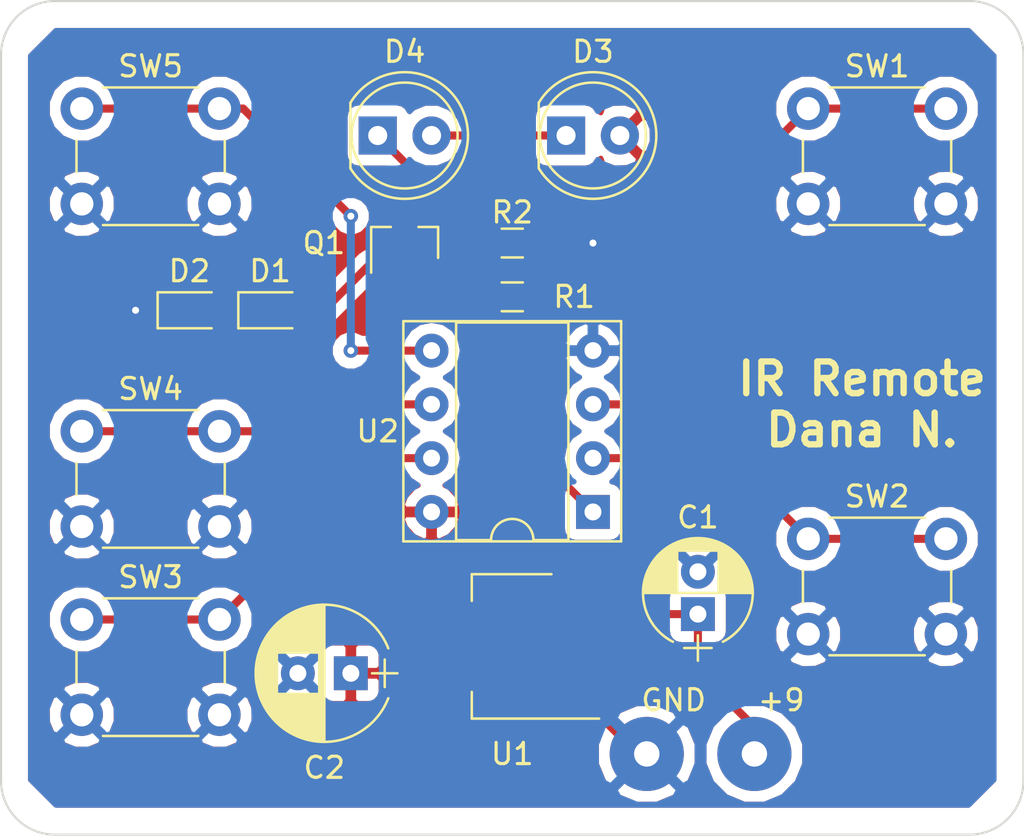
<source format=kicad_pcb>
(kicad_pcb (version 4) (host pcbnew 4.0.7)

  (general
    (links 39)
    (no_connects 0)
    (area 106.629999 78.689999 154.990001 118.160001)
    (thickness 1.6)
    (drawings 9)
    (tracks 48)
    (zones 0)
    (modules 18)
    (nets 15)
  )

  (page A4)
  (layers
    (0 Top_Cu signal)
    (31 Bottom_Cu signal)
    (33 F.Adhes user)
    (34 B.Paste user)
    (35 F.Paste user)
    (36 B.SilkS user)
    (37 F.SilkS user)
    (38 B.Mask user)
    (39 F.Mask user)
    (40 Dwgs.User user)
    (41 Cmts.User user)
    (42 Eco1.User user)
    (43 Eco2.User user)
    (44 Edge.Cuts user)
    (45 Margin user)
    (47 F.CrtYd user)
    (49 F.Fab user)
  )

  (setup
    (last_trace_width 0.381)
    (trace_clearance 0.1524)
    (zone_clearance 0.508)
    (zone_45_only yes)
    (trace_min 0.1524)
    (segment_width 0.2)
    (edge_width 0.1)
    (via_size 0.6858)
    (via_drill 0.3302)
    (via_min_size 0.6858)
    (via_min_drill 0.3302)
    (uvia_size 0.762)
    (uvia_drill 0.508)
    (uvias_allowed no)
    (uvia_min_size 0)
    (uvia_min_drill 0)
    (pcb_text_width 0.3)
    (pcb_text_size 1.5 1.5)
    (mod_edge_width 0.15)
    (mod_text_size 1 1)
    (mod_text_width 0.15)
    (pad_size 1.2 0.9)
    (pad_drill 0)
    (pad_to_mask_clearance 0)
    (aux_axis_origin 148.59 71.12)
    (grid_origin 152.4 116.84)
    (visible_elements 7FFEDFFF)
    (pcbplotparams
      (layerselection 0x00030_80000001)
      (usegerberextensions false)
      (excludeedgelayer true)
      (linewidth 0.100000)
      (plotframeref false)
      (viasonmask false)
      (mode 1)
      (useauxorigin false)
      (hpglpennumber 1)
      (hpglpenspeed 20)
      (hpglpendiameter 15)
      (hpglpenoverlay 2)
      (psnegative false)
      (psa4output false)
      (plotreference true)
      (plotvalue true)
      (plotinvisibletext false)
      (padsonsilk false)
      (subtractmaskfromsilk false)
      (outputformat 1)
      (mirror false)
      (drillshape 1)
      (scaleselection 1)
      (outputdirectory ""))
  )

  (net 0 "")
  (net 1 9V_PWR)
  (net 2 GND)
  (net 3 5V_REF)
  (net 4 "Net-(D1-Pad1)")
  (net 5 "Net-(D1-Pad2)")
  (net 6 "Net-(D3-Pad1)")
  (net 7 "Net-(D4-Pad1)")
  (net 8 "Net-(Q1-Pad2)")
  (net 9 "Net-(SW1-Pad1)")
  (net 10 "Net-(SW2-Pad1)")
  (net 11 "Net-(SW3-Pad1)")
  (net 12 "Net-(SW4-Pad1)")
  (net 13 "Net-(SW5-Pad1)")
  (net 14 PINX_MCIN)

  (net_class Default "This is the default net class."
    (clearance 0.1524)
    (trace_width 0.381)
    (via_dia 0.6858)
    (via_drill 0.3302)
    (uvia_dia 0.762)
    (uvia_drill 0.508)
    (add_net 5V_REF)
    (add_net 9V_PWR)
    (add_net GND)
    (add_net "Net-(D1-Pad1)")
    (add_net "Net-(D1-Pad2)")
    (add_net "Net-(D3-Pad1)")
    (add_net "Net-(D4-Pad1)")
    (add_net "Net-(Q1-Pad2)")
    (add_net "Net-(SW1-Pad1)")
    (add_net "Net-(SW2-Pad1)")
    (add_net "Net-(SW3-Pad1)")
    (add_net "Net-(SW4-Pad1)")
    (add_net "Net-(SW5-Pad1)")
    (add_net PINX_MCIN)
  )

  (module Capacitors_THT:CP_Radial_D5.0mm_P2.00mm placed (layer Top_Cu) (tedit 59E58590) (tstamp 59E585DB)
    (at 139.573 107.696 90)
    (descr "CP, Radial series, Radial, pin pitch=2.00mm, , diameter=5mm, Electrolytic Capacitor")
    (tags "CP Radial series Radial pin pitch 2.00mm  diameter 5mm Electrolytic Capacitor")
    (path /59E505E1)
    (fp_text reference C1 (at 4.572 0 180) (layer F.SilkS)
      (effects (font (size 1 1) (thickness 0.15)))
    )
    (fp_text value 10u (at 1 3.81 90) (layer F.Fab)
      (effects (font (size 1 1) (thickness 0.15)))
    )
    (fp_arc (start 1 0) (end -1.30558 -1.18) (angle 125.8) (layer F.SilkS) (width 0.12))
    (fp_arc (start 1 0) (end -1.30558 1.18) (angle -125.8) (layer F.SilkS) (width 0.12))
    (fp_arc (start 1 0) (end 3.30558 -1.18) (angle 54.2) (layer F.SilkS) (width 0.12))
    (fp_circle (center 1 0) (end 3.5 0) (layer F.Fab) (width 0.1))
    (fp_line (start -2.2 0) (end -1 0) (layer F.Fab) (width 0.1))
    (fp_line (start -1.6 -0.65) (end -1.6 0.65) (layer F.Fab) (width 0.1))
    (fp_line (start 1 -2.55) (end 1 2.55) (layer F.SilkS) (width 0.12))
    (fp_line (start 1.04 -2.55) (end 1.04 -0.98) (layer F.SilkS) (width 0.12))
    (fp_line (start 1.04 0.98) (end 1.04 2.55) (layer F.SilkS) (width 0.12))
    (fp_line (start 1.08 -2.549) (end 1.08 -0.98) (layer F.SilkS) (width 0.12))
    (fp_line (start 1.08 0.98) (end 1.08 2.549) (layer F.SilkS) (width 0.12))
    (fp_line (start 1.12 -2.548) (end 1.12 -0.98) (layer F.SilkS) (width 0.12))
    (fp_line (start 1.12 0.98) (end 1.12 2.548) (layer F.SilkS) (width 0.12))
    (fp_line (start 1.16 -2.546) (end 1.16 -0.98) (layer F.SilkS) (width 0.12))
    (fp_line (start 1.16 0.98) (end 1.16 2.546) (layer F.SilkS) (width 0.12))
    (fp_line (start 1.2 -2.543) (end 1.2 -0.98) (layer F.SilkS) (width 0.12))
    (fp_line (start 1.2 0.98) (end 1.2 2.543) (layer F.SilkS) (width 0.12))
    (fp_line (start 1.24 -2.539) (end 1.24 -0.98) (layer F.SilkS) (width 0.12))
    (fp_line (start 1.24 0.98) (end 1.24 2.539) (layer F.SilkS) (width 0.12))
    (fp_line (start 1.28 -2.535) (end 1.28 -0.98) (layer F.SilkS) (width 0.12))
    (fp_line (start 1.28 0.98) (end 1.28 2.535) (layer F.SilkS) (width 0.12))
    (fp_line (start 1.32 -2.531) (end 1.32 -0.98) (layer F.SilkS) (width 0.12))
    (fp_line (start 1.32 0.98) (end 1.32 2.531) (layer F.SilkS) (width 0.12))
    (fp_line (start 1.36 -2.525) (end 1.36 -0.98) (layer F.SilkS) (width 0.12))
    (fp_line (start 1.36 0.98) (end 1.36 2.525) (layer F.SilkS) (width 0.12))
    (fp_line (start 1.4 -2.519) (end 1.4 -0.98) (layer F.SilkS) (width 0.12))
    (fp_line (start 1.4 0.98) (end 1.4 2.519) (layer F.SilkS) (width 0.12))
    (fp_line (start 1.44 -2.513) (end 1.44 -0.98) (layer F.SilkS) (width 0.12))
    (fp_line (start 1.44 0.98) (end 1.44 2.513) (layer F.SilkS) (width 0.12))
    (fp_line (start 1.48 -2.506) (end 1.48 -0.98) (layer F.SilkS) (width 0.12))
    (fp_line (start 1.48 0.98) (end 1.48 2.506) (layer F.SilkS) (width 0.12))
    (fp_line (start 1.52 -2.498) (end 1.52 -0.98) (layer F.SilkS) (width 0.12))
    (fp_line (start 1.52 0.98) (end 1.52 2.498) (layer F.SilkS) (width 0.12))
    (fp_line (start 1.56 -2.489) (end 1.56 -0.98) (layer F.SilkS) (width 0.12))
    (fp_line (start 1.56 0.98) (end 1.56 2.489) (layer F.SilkS) (width 0.12))
    (fp_line (start 1.6 -2.48) (end 1.6 -0.98) (layer F.SilkS) (width 0.12))
    (fp_line (start 1.6 0.98) (end 1.6 2.48) (layer F.SilkS) (width 0.12))
    (fp_line (start 1.64 -2.47) (end 1.64 -0.98) (layer F.SilkS) (width 0.12))
    (fp_line (start 1.64 0.98) (end 1.64 2.47) (layer F.SilkS) (width 0.12))
    (fp_line (start 1.68 -2.46) (end 1.68 -0.98) (layer F.SilkS) (width 0.12))
    (fp_line (start 1.68 0.98) (end 1.68 2.46) (layer F.SilkS) (width 0.12))
    (fp_line (start 1.721 -2.448) (end 1.721 -0.98) (layer F.SilkS) (width 0.12))
    (fp_line (start 1.721 0.98) (end 1.721 2.448) (layer F.SilkS) (width 0.12))
    (fp_line (start 1.761 -2.436) (end 1.761 -0.98) (layer F.SilkS) (width 0.12))
    (fp_line (start 1.761 0.98) (end 1.761 2.436) (layer F.SilkS) (width 0.12))
    (fp_line (start 1.801 -2.424) (end 1.801 -0.98) (layer F.SilkS) (width 0.12))
    (fp_line (start 1.801 0.98) (end 1.801 2.424) (layer F.SilkS) (width 0.12))
    (fp_line (start 1.841 -2.41) (end 1.841 -0.98) (layer F.SilkS) (width 0.12))
    (fp_line (start 1.841 0.98) (end 1.841 2.41) (layer F.SilkS) (width 0.12))
    (fp_line (start 1.881 -2.396) (end 1.881 -0.98) (layer F.SilkS) (width 0.12))
    (fp_line (start 1.881 0.98) (end 1.881 2.396) (layer F.SilkS) (width 0.12))
    (fp_line (start 1.921 -2.382) (end 1.921 -0.98) (layer F.SilkS) (width 0.12))
    (fp_line (start 1.921 0.98) (end 1.921 2.382) (layer F.SilkS) (width 0.12))
    (fp_line (start 1.961 -2.366) (end 1.961 -0.98) (layer F.SilkS) (width 0.12))
    (fp_line (start 1.961 0.98) (end 1.961 2.366) (layer F.SilkS) (width 0.12))
    (fp_line (start 2.001 -2.35) (end 2.001 -0.98) (layer F.SilkS) (width 0.12))
    (fp_line (start 2.001 0.98) (end 2.001 2.35) (layer F.SilkS) (width 0.12))
    (fp_line (start 2.041 -2.333) (end 2.041 -0.98) (layer F.SilkS) (width 0.12))
    (fp_line (start 2.041 0.98) (end 2.041 2.333) (layer F.SilkS) (width 0.12))
    (fp_line (start 2.081 -2.315) (end 2.081 -0.98) (layer F.SilkS) (width 0.12))
    (fp_line (start 2.081 0.98) (end 2.081 2.315) (layer F.SilkS) (width 0.12))
    (fp_line (start 2.121 -2.296) (end 2.121 -0.98) (layer F.SilkS) (width 0.12))
    (fp_line (start 2.121 0.98) (end 2.121 2.296) (layer F.SilkS) (width 0.12))
    (fp_line (start 2.161 -2.276) (end 2.161 -0.98) (layer F.SilkS) (width 0.12))
    (fp_line (start 2.161 0.98) (end 2.161 2.276) (layer F.SilkS) (width 0.12))
    (fp_line (start 2.201 -2.256) (end 2.201 -0.98) (layer F.SilkS) (width 0.12))
    (fp_line (start 2.201 0.98) (end 2.201 2.256) (layer F.SilkS) (width 0.12))
    (fp_line (start 2.241 -2.234) (end 2.241 -0.98) (layer F.SilkS) (width 0.12))
    (fp_line (start 2.241 0.98) (end 2.241 2.234) (layer F.SilkS) (width 0.12))
    (fp_line (start 2.281 -2.212) (end 2.281 -0.98) (layer F.SilkS) (width 0.12))
    (fp_line (start 2.281 0.98) (end 2.281 2.212) (layer F.SilkS) (width 0.12))
    (fp_line (start 2.321 -2.189) (end 2.321 -0.98) (layer F.SilkS) (width 0.12))
    (fp_line (start 2.321 0.98) (end 2.321 2.189) (layer F.SilkS) (width 0.12))
    (fp_line (start 2.361 -2.165) (end 2.361 -0.98) (layer F.SilkS) (width 0.12))
    (fp_line (start 2.361 0.98) (end 2.361 2.165) (layer F.SilkS) (width 0.12))
    (fp_line (start 2.401 -2.14) (end 2.401 -0.98) (layer F.SilkS) (width 0.12))
    (fp_line (start 2.401 0.98) (end 2.401 2.14) (layer F.SilkS) (width 0.12))
    (fp_line (start 2.441 -2.113) (end 2.441 -0.98) (layer F.SilkS) (width 0.12))
    (fp_line (start 2.441 0.98) (end 2.441 2.113) (layer F.SilkS) (width 0.12))
    (fp_line (start 2.481 -2.086) (end 2.481 -0.98) (layer F.SilkS) (width 0.12))
    (fp_line (start 2.481 0.98) (end 2.481 2.086) (layer F.SilkS) (width 0.12))
    (fp_line (start 2.521 -2.058) (end 2.521 -0.98) (layer F.SilkS) (width 0.12))
    (fp_line (start 2.521 0.98) (end 2.521 2.058) (layer F.SilkS) (width 0.12))
    (fp_line (start 2.561 -2.028) (end 2.561 -0.98) (layer F.SilkS) (width 0.12))
    (fp_line (start 2.561 0.98) (end 2.561 2.028) (layer F.SilkS) (width 0.12))
    (fp_line (start 2.601 -1.997) (end 2.601 -0.98) (layer F.SilkS) (width 0.12))
    (fp_line (start 2.601 0.98) (end 2.601 1.997) (layer F.SilkS) (width 0.12))
    (fp_line (start 2.641 -1.965) (end 2.641 -0.98) (layer F.SilkS) (width 0.12))
    (fp_line (start 2.641 0.98) (end 2.641 1.965) (layer F.SilkS) (width 0.12))
    (fp_line (start 2.681 -1.932) (end 2.681 -0.98) (layer F.SilkS) (width 0.12))
    (fp_line (start 2.681 0.98) (end 2.681 1.932) (layer F.SilkS) (width 0.12))
    (fp_line (start 2.721 -1.897) (end 2.721 -0.98) (layer F.SilkS) (width 0.12))
    (fp_line (start 2.721 0.98) (end 2.721 1.897) (layer F.SilkS) (width 0.12))
    (fp_line (start 2.761 -1.861) (end 2.761 -0.98) (layer F.SilkS) (width 0.12))
    (fp_line (start 2.761 0.98) (end 2.761 1.861) (layer F.SilkS) (width 0.12))
    (fp_line (start 2.801 -1.823) (end 2.801 -0.98) (layer F.SilkS) (width 0.12))
    (fp_line (start 2.801 0.98) (end 2.801 1.823) (layer F.SilkS) (width 0.12))
    (fp_line (start 2.841 -1.783) (end 2.841 -0.98) (layer F.SilkS) (width 0.12))
    (fp_line (start 2.841 0.98) (end 2.841 1.783) (layer F.SilkS) (width 0.12))
    (fp_line (start 2.881 -1.742) (end 2.881 -0.98) (layer F.SilkS) (width 0.12))
    (fp_line (start 2.881 0.98) (end 2.881 1.742) (layer F.SilkS) (width 0.12))
    (fp_line (start 2.921 -1.699) (end 2.921 -0.98) (layer F.SilkS) (width 0.12))
    (fp_line (start 2.921 0.98) (end 2.921 1.699) (layer F.SilkS) (width 0.12))
    (fp_line (start 2.961 -1.654) (end 2.961 -0.98) (layer F.SilkS) (width 0.12))
    (fp_line (start 2.961 0.98) (end 2.961 1.654) (layer F.SilkS) (width 0.12))
    (fp_line (start 3.001 -1.606) (end 3.001 1.606) (layer F.SilkS) (width 0.12))
    (fp_line (start 3.041 -1.556) (end 3.041 1.556) (layer F.SilkS) (width 0.12))
    (fp_line (start 3.081 -1.504) (end 3.081 1.504) (layer F.SilkS) (width 0.12))
    (fp_line (start 3.121 -1.448) (end 3.121 1.448) (layer F.SilkS) (width 0.12))
    (fp_line (start 3.161 -1.39) (end 3.161 1.39) (layer F.SilkS) (width 0.12))
    (fp_line (start 3.201 -1.327) (end 3.201 1.327) (layer F.SilkS) (width 0.12))
    (fp_line (start 3.241 -1.261) (end 3.241 1.261) (layer F.SilkS) (width 0.12))
    (fp_line (start 3.281 -1.189) (end 3.281 1.189) (layer F.SilkS) (width 0.12))
    (fp_line (start 3.321 -1.112) (end 3.321 1.112) (layer F.SilkS) (width 0.12))
    (fp_line (start 3.361 -1.028) (end 3.361 1.028) (layer F.SilkS) (width 0.12))
    (fp_line (start 3.401 -0.934) (end 3.401 0.934) (layer F.SilkS) (width 0.12))
    (fp_line (start 3.441 -0.829) (end 3.441 0.829) (layer F.SilkS) (width 0.12))
    (fp_line (start 3.481 -0.707) (end 3.481 0.707) (layer F.SilkS) (width 0.12))
    (fp_line (start 3.521 -0.559) (end 3.521 0.559) (layer F.SilkS) (width 0.12))
    (fp_line (start 3.561 -0.354) (end 3.561 0.354) (layer F.SilkS) (width 0.12))
    (fp_line (start -2.2 0) (end -1 0) (layer F.SilkS) (width 0.12))
    (fp_line (start -1.6 -0.65) (end -1.6 0.65) (layer F.SilkS) (width 0.12))
    (fp_line (start -1.85 -2.85) (end -1.85 2.85) (layer F.CrtYd) (width 0.05))
    (fp_line (start -1.85 2.85) (end 3.85 2.85) (layer F.CrtYd) (width 0.05))
    (fp_line (start 3.85 2.85) (end 3.85 -2.85) (layer F.CrtYd) (width 0.05))
    (fp_line (start 3.85 -2.85) (end -1.85 -2.85) (layer F.CrtYd) (width 0.05))
    (fp_text user %R (at 1 0 90) (layer F.Fab)
      (effects (font (size 1 1) (thickness 0.15)))
    )
    (pad 1 thru_hole rect (at 0 0 90) (size 1.6 1.6) (drill 0.8) (layers *.Cu *.Mask)
      (net 1 9V_PWR))
    (pad 2 thru_hole circle (at 2 0 90) (size 1.6 1.6) (drill 0.8) (layers *.Cu *.Mask)
      (net 2 GND))
    (model ${KISYS3DMOD}/Capacitors_THT.3dshapes/CP_Radial_D5.0mm_P2.00mm.wrl
      (at (xyz 0 0 0))
      (scale (xyz 1 1 1))
      (rotate (xyz 0 0 0))
    )
  )

  (module Capacitors_THT:CP_Radial_D6.3mm_P2.50mm placed (layer Top_Cu) (tedit 597BC7C2) (tstamp 59E58670)
    (at 123.19 110.49 180)
    (descr "CP, Radial series, Radial, pin pitch=2.50mm, , diameter=6.3mm, Electrolytic Capacitor")
    (tags "CP Radial series Radial pin pitch 2.50mm  diameter 6.3mm Electrolytic Capacitor")
    (path /59E5065C)
    (fp_text reference C2 (at 1.25 -4.46 180) (layer F.SilkS)
      (effects (font (size 1 1) (thickness 0.15)))
    )
    (fp_text value 100u (at 1.25 4.46 180) (layer F.Fab)
      (effects (font (size 1 1) (thickness 0.15)))
    )
    (fp_arc (start 1.25 0) (end -1.767482 -1.18) (angle 137.3) (layer F.SilkS) (width 0.12))
    (fp_arc (start 1.25 0) (end -1.767482 1.18) (angle -137.3) (layer F.SilkS) (width 0.12))
    (fp_arc (start 1.25 0) (end 4.267482 -1.18) (angle 42.7) (layer F.SilkS) (width 0.12))
    (fp_circle (center 1.25 0) (end 4.4 0) (layer F.Fab) (width 0.1))
    (fp_line (start -2.2 0) (end -1 0) (layer F.Fab) (width 0.1))
    (fp_line (start -1.6 -0.65) (end -1.6 0.65) (layer F.Fab) (width 0.1))
    (fp_line (start 1.25 -3.2) (end 1.25 3.2) (layer F.SilkS) (width 0.12))
    (fp_line (start 1.29 -3.2) (end 1.29 3.2) (layer F.SilkS) (width 0.12))
    (fp_line (start 1.33 -3.2) (end 1.33 3.2) (layer F.SilkS) (width 0.12))
    (fp_line (start 1.37 -3.198) (end 1.37 3.198) (layer F.SilkS) (width 0.12))
    (fp_line (start 1.41 -3.197) (end 1.41 3.197) (layer F.SilkS) (width 0.12))
    (fp_line (start 1.45 -3.194) (end 1.45 3.194) (layer F.SilkS) (width 0.12))
    (fp_line (start 1.49 -3.192) (end 1.49 3.192) (layer F.SilkS) (width 0.12))
    (fp_line (start 1.53 -3.188) (end 1.53 -0.98) (layer F.SilkS) (width 0.12))
    (fp_line (start 1.53 0.98) (end 1.53 3.188) (layer F.SilkS) (width 0.12))
    (fp_line (start 1.57 -3.185) (end 1.57 -0.98) (layer F.SilkS) (width 0.12))
    (fp_line (start 1.57 0.98) (end 1.57 3.185) (layer F.SilkS) (width 0.12))
    (fp_line (start 1.61 -3.18) (end 1.61 -0.98) (layer F.SilkS) (width 0.12))
    (fp_line (start 1.61 0.98) (end 1.61 3.18) (layer F.SilkS) (width 0.12))
    (fp_line (start 1.65 -3.176) (end 1.65 -0.98) (layer F.SilkS) (width 0.12))
    (fp_line (start 1.65 0.98) (end 1.65 3.176) (layer F.SilkS) (width 0.12))
    (fp_line (start 1.69 -3.17) (end 1.69 -0.98) (layer F.SilkS) (width 0.12))
    (fp_line (start 1.69 0.98) (end 1.69 3.17) (layer F.SilkS) (width 0.12))
    (fp_line (start 1.73 -3.165) (end 1.73 -0.98) (layer F.SilkS) (width 0.12))
    (fp_line (start 1.73 0.98) (end 1.73 3.165) (layer F.SilkS) (width 0.12))
    (fp_line (start 1.77 -3.158) (end 1.77 -0.98) (layer F.SilkS) (width 0.12))
    (fp_line (start 1.77 0.98) (end 1.77 3.158) (layer F.SilkS) (width 0.12))
    (fp_line (start 1.81 -3.152) (end 1.81 -0.98) (layer F.SilkS) (width 0.12))
    (fp_line (start 1.81 0.98) (end 1.81 3.152) (layer F.SilkS) (width 0.12))
    (fp_line (start 1.85 -3.144) (end 1.85 -0.98) (layer F.SilkS) (width 0.12))
    (fp_line (start 1.85 0.98) (end 1.85 3.144) (layer F.SilkS) (width 0.12))
    (fp_line (start 1.89 -3.137) (end 1.89 -0.98) (layer F.SilkS) (width 0.12))
    (fp_line (start 1.89 0.98) (end 1.89 3.137) (layer F.SilkS) (width 0.12))
    (fp_line (start 1.93 -3.128) (end 1.93 -0.98) (layer F.SilkS) (width 0.12))
    (fp_line (start 1.93 0.98) (end 1.93 3.128) (layer F.SilkS) (width 0.12))
    (fp_line (start 1.971 -3.119) (end 1.971 -0.98) (layer F.SilkS) (width 0.12))
    (fp_line (start 1.971 0.98) (end 1.971 3.119) (layer F.SilkS) (width 0.12))
    (fp_line (start 2.011 -3.11) (end 2.011 -0.98) (layer F.SilkS) (width 0.12))
    (fp_line (start 2.011 0.98) (end 2.011 3.11) (layer F.SilkS) (width 0.12))
    (fp_line (start 2.051 -3.1) (end 2.051 -0.98) (layer F.SilkS) (width 0.12))
    (fp_line (start 2.051 0.98) (end 2.051 3.1) (layer F.SilkS) (width 0.12))
    (fp_line (start 2.091 -3.09) (end 2.091 -0.98) (layer F.SilkS) (width 0.12))
    (fp_line (start 2.091 0.98) (end 2.091 3.09) (layer F.SilkS) (width 0.12))
    (fp_line (start 2.131 -3.079) (end 2.131 -0.98) (layer F.SilkS) (width 0.12))
    (fp_line (start 2.131 0.98) (end 2.131 3.079) (layer F.SilkS) (width 0.12))
    (fp_line (start 2.171 -3.067) (end 2.171 -0.98) (layer F.SilkS) (width 0.12))
    (fp_line (start 2.171 0.98) (end 2.171 3.067) (layer F.SilkS) (width 0.12))
    (fp_line (start 2.211 -3.055) (end 2.211 -0.98) (layer F.SilkS) (width 0.12))
    (fp_line (start 2.211 0.98) (end 2.211 3.055) (layer F.SilkS) (width 0.12))
    (fp_line (start 2.251 -3.042) (end 2.251 -0.98) (layer F.SilkS) (width 0.12))
    (fp_line (start 2.251 0.98) (end 2.251 3.042) (layer F.SilkS) (width 0.12))
    (fp_line (start 2.291 -3.029) (end 2.291 -0.98) (layer F.SilkS) (width 0.12))
    (fp_line (start 2.291 0.98) (end 2.291 3.029) (layer F.SilkS) (width 0.12))
    (fp_line (start 2.331 -3.015) (end 2.331 -0.98) (layer F.SilkS) (width 0.12))
    (fp_line (start 2.331 0.98) (end 2.331 3.015) (layer F.SilkS) (width 0.12))
    (fp_line (start 2.371 -3.001) (end 2.371 -0.98) (layer F.SilkS) (width 0.12))
    (fp_line (start 2.371 0.98) (end 2.371 3.001) (layer F.SilkS) (width 0.12))
    (fp_line (start 2.411 -2.986) (end 2.411 -0.98) (layer F.SilkS) (width 0.12))
    (fp_line (start 2.411 0.98) (end 2.411 2.986) (layer F.SilkS) (width 0.12))
    (fp_line (start 2.451 -2.97) (end 2.451 -0.98) (layer F.SilkS) (width 0.12))
    (fp_line (start 2.451 0.98) (end 2.451 2.97) (layer F.SilkS) (width 0.12))
    (fp_line (start 2.491 -2.954) (end 2.491 -0.98) (layer F.SilkS) (width 0.12))
    (fp_line (start 2.491 0.98) (end 2.491 2.954) (layer F.SilkS) (width 0.12))
    (fp_line (start 2.531 -2.937) (end 2.531 -0.98) (layer F.SilkS) (width 0.12))
    (fp_line (start 2.531 0.98) (end 2.531 2.937) (layer F.SilkS) (width 0.12))
    (fp_line (start 2.571 -2.919) (end 2.571 -0.98) (layer F.SilkS) (width 0.12))
    (fp_line (start 2.571 0.98) (end 2.571 2.919) (layer F.SilkS) (width 0.12))
    (fp_line (start 2.611 -2.901) (end 2.611 -0.98) (layer F.SilkS) (width 0.12))
    (fp_line (start 2.611 0.98) (end 2.611 2.901) (layer F.SilkS) (width 0.12))
    (fp_line (start 2.651 -2.882) (end 2.651 -0.98) (layer F.SilkS) (width 0.12))
    (fp_line (start 2.651 0.98) (end 2.651 2.882) (layer F.SilkS) (width 0.12))
    (fp_line (start 2.691 -2.863) (end 2.691 -0.98) (layer F.SilkS) (width 0.12))
    (fp_line (start 2.691 0.98) (end 2.691 2.863) (layer F.SilkS) (width 0.12))
    (fp_line (start 2.731 -2.843) (end 2.731 -0.98) (layer F.SilkS) (width 0.12))
    (fp_line (start 2.731 0.98) (end 2.731 2.843) (layer F.SilkS) (width 0.12))
    (fp_line (start 2.771 -2.822) (end 2.771 -0.98) (layer F.SilkS) (width 0.12))
    (fp_line (start 2.771 0.98) (end 2.771 2.822) (layer F.SilkS) (width 0.12))
    (fp_line (start 2.811 -2.8) (end 2.811 -0.98) (layer F.SilkS) (width 0.12))
    (fp_line (start 2.811 0.98) (end 2.811 2.8) (layer F.SilkS) (width 0.12))
    (fp_line (start 2.851 -2.778) (end 2.851 -0.98) (layer F.SilkS) (width 0.12))
    (fp_line (start 2.851 0.98) (end 2.851 2.778) (layer F.SilkS) (width 0.12))
    (fp_line (start 2.891 -2.755) (end 2.891 -0.98) (layer F.SilkS) (width 0.12))
    (fp_line (start 2.891 0.98) (end 2.891 2.755) (layer F.SilkS) (width 0.12))
    (fp_line (start 2.931 -2.731) (end 2.931 -0.98) (layer F.SilkS) (width 0.12))
    (fp_line (start 2.931 0.98) (end 2.931 2.731) (layer F.SilkS) (width 0.12))
    (fp_line (start 2.971 -2.706) (end 2.971 -0.98) (layer F.SilkS) (width 0.12))
    (fp_line (start 2.971 0.98) (end 2.971 2.706) (layer F.SilkS) (width 0.12))
    (fp_line (start 3.011 -2.681) (end 3.011 -0.98) (layer F.SilkS) (width 0.12))
    (fp_line (start 3.011 0.98) (end 3.011 2.681) (layer F.SilkS) (width 0.12))
    (fp_line (start 3.051 -2.654) (end 3.051 -0.98) (layer F.SilkS) (width 0.12))
    (fp_line (start 3.051 0.98) (end 3.051 2.654) (layer F.SilkS) (width 0.12))
    (fp_line (start 3.091 -2.627) (end 3.091 -0.98) (layer F.SilkS) (width 0.12))
    (fp_line (start 3.091 0.98) (end 3.091 2.627) (layer F.SilkS) (width 0.12))
    (fp_line (start 3.131 -2.599) (end 3.131 -0.98) (layer F.SilkS) (width 0.12))
    (fp_line (start 3.131 0.98) (end 3.131 2.599) (layer F.SilkS) (width 0.12))
    (fp_line (start 3.171 -2.57) (end 3.171 -0.98) (layer F.SilkS) (width 0.12))
    (fp_line (start 3.171 0.98) (end 3.171 2.57) (layer F.SilkS) (width 0.12))
    (fp_line (start 3.211 -2.54) (end 3.211 -0.98) (layer F.SilkS) (width 0.12))
    (fp_line (start 3.211 0.98) (end 3.211 2.54) (layer F.SilkS) (width 0.12))
    (fp_line (start 3.251 -2.51) (end 3.251 -0.98) (layer F.SilkS) (width 0.12))
    (fp_line (start 3.251 0.98) (end 3.251 2.51) (layer F.SilkS) (width 0.12))
    (fp_line (start 3.291 -2.478) (end 3.291 -0.98) (layer F.SilkS) (width 0.12))
    (fp_line (start 3.291 0.98) (end 3.291 2.478) (layer F.SilkS) (width 0.12))
    (fp_line (start 3.331 -2.445) (end 3.331 -0.98) (layer F.SilkS) (width 0.12))
    (fp_line (start 3.331 0.98) (end 3.331 2.445) (layer F.SilkS) (width 0.12))
    (fp_line (start 3.371 -2.411) (end 3.371 -0.98) (layer F.SilkS) (width 0.12))
    (fp_line (start 3.371 0.98) (end 3.371 2.411) (layer F.SilkS) (width 0.12))
    (fp_line (start 3.411 -2.375) (end 3.411 -0.98) (layer F.SilkS) (width 0.12))
    (fp_line (start 3.411 0.98) (end 3.411 2.375) (layer F.SilkS) (width 0.12))
    (fp_line (start 3.451 -2.339) (end 3.451 -0.98) (layer F.SilkS) (width 0.12))
    (fp_line (start 3.451 0.98) (end 3.451 2.339) (layer F.SilkS) (width 0.12))
    (fp_line (start 3.491 -2.301) (end 3.491 2.301) (layer F.SilkS) (width 0.12))
    (fp_line (start 3.531 -2.262) (end 3.531 2.262) (layer F.SilkS) (width 0.12))
    (fp_line (start 3.571 -2.222) (end 3.571 2.222) (layer F.SilkS) (width 0.12))
    (fp_line (start 3.611 -2.18) (end 3.611 2.18) (layer F.SilkS) (width 0.12))
    (fp_line (start 3.651 -2.137) (end 3.651 2.137) (layer F.SilkS) (width 0.12))
    (fp_line (start 3.691 -2.092) (end 3.691 2.092) (layer F.SilkS) (width 0.12))
    (fp_line (start 3.731 -2.045) (end 3.731 2.045) (layer F.SilkS) (width 0.12))
    (fp_line (start 3.771 -1.997) (end 3.771 1.997) (layer F.SilkS) (width 0.12))
    (fp_line (start 3.811 -1.946) (end 3.811 1.946) (layer F.SilkS) (width 0.12))
    (fp_line (start 3.851 -1.894) (end 3.851 1.894) (layer F.SilkS) (width 0.12))
    (fp_line (start 3.891 -1.839) (end 3.891 1.839) (layer F.SilkS) (width 0.12))
    (fp_line (start 3.931 -1.781) (end 3.931 1.781) (layer F.SilkS) (width 0.12))
    (fp_line (start 3.971 -1.721) (end 3.971 1.721) (layer F.SilkS) (width 0.12))
    (fp_line (start 4.011 -1.658) (end 4.011 1.658) (layer F.SilkS) (width 0.12))
    (fp_line (start 4.051 -1.591) (end 4.051 1.591) (layer F.SilkS) (width 0.12))
    (fp_line (start 4.091 -1.52) (end 4.091 1.52) (layer F.SilkS) (width 0.12))
    (fp_line (start 4.131 -1.445) (end 4.131 1.445) (layer F.SilkS) (width 0.12))
    (fp_line (start 4.171 -1.364) (end 4.171 1.364) (layer F.SilkS) (width 0.12))
    (fp_line (start 4.211 -1.278) (end 4.211 1.278) (layer F.SilkS) (width 0.12))
    (fp_line (start 4.251 -1.184) (end 4.251 1.184) (layer F.SilkS) (width 0.12))
    (fp_line (start 4.291 -1.081) (end 4.291 1.081) (layer F.SilkS) (width 0.12))
    (fp_line (start 4.331 -0.966) (end 4.331 0.966) (layer F.SilkS) (width 0.12))
    (fp_line (start 4.371 -0.834) (end 4.371 0.834) (layer F.SilkS) (width 0.12))
    (fp_line (start 4.411 -0.676) (end 4.411 0.676) (layer F.SilkS) (width 0.12))
    (fp_line (start 4.451 -0.468) (end 4.451 0.468) (layer F.SilkS) (width 0.12))
    (fp_line (start -2.2 0) (end -1 0) (layer F.SilkS) (width 0.12))
    (fp_line (start -1.6 -0.65) (end -1.6 0.65) (layer F.SilkS) (width 0.12))
    (fp_line (start -2.25 -3.5) (end -2.25 3.5) (layer F.CrtYd) (width 0.05))
    (fp_line (start -2.25 3.5) (end 4.75 3.5) (layer F.CrtYd) (width 0.05))
    (fp_line (start 4.75 3.5) (end 4.75 -3.5) (layer F.CrtYd) (width 0.05))
    (fp_line (start 4.75 -3.5) (end -2.25 -3.5) (layer F.CrtYd) (width 0.05))
    (fp_text user %R (at 1.25 0 180) (layer F.Fab)
      (effects (font (size 1 1) (thickness 0.15)))
    )
    (pad 1 thru_hole rect (at 0 0 180) (size 1.6 1.6) (drill 0.8) (layers *.Cu *.Mask)
      (net 3 5V_REF))
    (pad 2 thru_hole circle (at 2.5 0 180) (size 1.6 1.6) (drill 0.8) (layers *.Cu *.Mask)
      (net 2 GND))
    (model ${KISYS3DMOD}/Capacitors_THT.3dshapes/CP_Radial_D6.3mm_P2.50mm.wrl
      (at (xyz 0 0 0))
      (scale (xyz 1 1 1))
      (rotate (xyz 0 0 0))
    )
  )

  (module Diodes_SMD:D_SOD-323 placed (layer Top_Cu) (tedit 58641739) (tstamp 59E58688)
    (at 119.38 93.345)
    (descr SOD-323)
    (tags SOD-323)
    (path /59DD7528)
    (zone_connect 1)
    (attr smd)
    (fp_text reference D1 (at 0 -1.85) (layer F.SilkS)
      (effects (font (size 1 1) (thickness 0.15)))
    )
    (fp_text value D (at 0.1 1.9) (layer F.Fab)
      (effects (font (size 1 1) (thickness 0.15)))
    )
    (fp_text user %R (at 0 -1.85) (layer F.Fab)
      (effects (font (size 1 1) (thickness 0.15)))
    )
    (fp_line (start -1.5 -0.85) (end -1.5 0.85) (layer F.SilkS) (width 0.12))
    (fp_line (start 0.2 0) (end 0.45 0) (layer F.Fab) (width 0.1))
    (fp_line (start 0.2 0.35) (end -0.3 0) (layer F.Fab) (width 0.1))
    (fp_line (start 0.2 -0.35) (end 0.2 0.35) (layer F.Fab) (width 0.1))
    (fp_line (start -0.3 0) (end 0.2 -0.35) (layer F.Fab) (width 0.1))
    (fp_line (start -0.3 0) (end -0.5 0) (layer F.Fab) (width 0.1))
    (fp_line (start -0.3 -0.35) (end -0.3 0.35) (layer F.Fab) (width 0.1))
    (fp_line (start -0.9 0.7) (end -0.9 -0.7) (layer F.Fab) (width 0.1))
    (fp_line (start 0.9 0.7) (end -0.9 0.7) (layer F.Fab) (width 0.1))
    (fp_line (start 0.9 -0.7) (end 0.9 0.7) (layer F.Fab) (width 0.1))
    (fp_line (start -0.9 -0.7) (end 0.9 -0.7) (layer F.Fab) (width 0.1))
    (fp_line (start -1.6 -0.95) (end 1.6 -0.95) (layer F.CrtYd) (width 0.05))
    (fp_line (start 1.6 -0.95) (end 1.6 0.95) (layer F.CrtYd) (width 0.05))
    (fp_line (start -1.6 0.95) (end 1.6 0.95) (layer F.CrtYd) (width 0.05))
    (fp_line (start -1.6 -0.95) (end -1.6 0.95) (layer F.CrtYd) (width 0.05))
    (fp_line (start -1.5 0.85) (end 1.05 0.85) (layer F.SilkS) (width 0.12))
    (fp_line (start -1.5 -0.85) (end 1.05 -0.85) (layer F.SilkS) (width 0.12))
    (pad 1 smd rect (at -1.05 0) (size 0.6 0.45) (layers Top_Cu F.Paste F.Mask)
      (net 4 "Net-(D1-Pad1)") (zone_connect 1))
    (pad 2 smd rect (at 1.05 0) (size 0.6 0.45) (layers Top_Cu F.Paste F.Mask)
      (net 5 "Net-(D1-Pad2)") (zone_connect 1))
    (model ${KISYS3DMOD}/Diodes_SMD.3dshapes/D_SOD-323.wrl
      (at (xyz 0 0 0))
      (scale (xyz 1 1 1))
      (rotate (xyz 0 0 0))
    )
  )

  (module Diodes_SMD:D_SOD-323 placed (layer Top_Cu) (tedit 58641739) (tstamp 59E586A0)
    (at 115.57 93.345)
    (descr SOD-323)
    (tags SOD-323)
    (path /59DD7581)
    (zone_connect 1)
    (attr smd)
    (fp_text reference D2 (at 0 -1.85) (layer F.SilkS)
      (effects (font (size 1 1) (thickness 0.15)))
    )
    (fp_text value D (at 0.1 1.9) (layer F.Fab)
      (effects (font (size 1 1) (thickness 0.15)))
    )
    (fp_text user %R (at 0 -1.85) (layer F.Fab)
      (effects (font (size 1 1) (thickness 0.15)))
    )
    (fp_line (start -1.5 -0.85) (end -1.5 0.85) (layer F.SilkS) (width 0.12))
    (fp_line (start 0.2 0) (end 0.45 0) (layer F.Fab) (width 0.1))
    (fp_line (start 0.2 0.35) (end -0.3 0) (layer F.Fab) (width 0.1))
    (fp_line (start 0.2 -0.35) (end 0.2 0.35) (layer F.Fab) (width 0.1))
    (fp_line (start -0.3 0) (end 0.2 -0.35) (layer F.Fab) (width 0.1))
    (fp_line (start -0.3 0) (end -0.5 0) (layer F.Fab) (width 0.1))
    (fp_line (start -0.3 -0.35) (end -0.3 0.35) (layer F.Fab) (width 0.1))
    (fp_line (start -0.9 0.7) (end -0.9 -0.7) (layer F.Fab) (width 0.1))
    (fp_line (start 0.9 0.7) (end -0.9 0.7) (layer F.Fab) (width 0.1))
    (fp_line (start 0.9 -0.7) (end 0.9 0.7) (layer F.Fab) (width 0.1))
    (fp_line (start -0.9 -0.7) (end 0.9 -0.7) (layer F.Fab) (width 0.1))
    (fp_line (start -1.6 -0.95) (end 1.6 -0.95) (layer F.CrtYd) (width 0.05))
    (fp_line (start 1.6 -0.95) (end 1.6 0.95) (layer F.CrtYd) (width 0.05))
    (fp_line (start -1.6 0.95) (end 1.6 0.95) (layer F.CrtYd) (width 0.05))
    (fp_line (start -1.6 -0.95) (end -1.6 0.95) (layer F.CrtYd) (width 0.05))
    (fp_line (start -1.5 0.85) (end 1.05 0.85) (layer F.SilkS) (width 0.12))
    (fp_line (start -1.5 -0.85) (end 1.05 -0.85) (layer F.SilkS) (width 0.12))
    (pad 1 smd rect (at -1.05 0) (size 0.6 0.45) (layers Top_Cu F.Paste F.Mask)
      (net 2 GND) (zone_connect 1))
    (pad 2 smd rect (at 1.05 0) (size 0.6 0.45) (layers Top_Cu F.Paste F.Mask)
      (net 4 "Net-(D1-Pad1)") (zone_connect 1))
    (model ${KISYS3DMOD}/Diodes_SMD.3dshapes/D_SOD-323.wrl
      (at (xyz 0 0 0))
      (scale (xyz 1 1 1))
      (rotate (xyz 0 0 0))
    )
  )

  (module LEDs:LED_D5.0mm locked (layer Top_Cu) (tedit 5995936A) (tstamp 59E586B2)
    (at 133.35 85.09)
    (descr "LED, diameter 5.0mm, 2 pins, http://cdn-reichelt.de/documents/datenblatt/A500/LL-504BC2E-009.pdf")
    (tags "LED diameter 5.0mm 2 pins")
    (path /59DD7168)
    (fp_text reference D3 (at 1.27 -3.96) (layer F.SilkS)
      (effects (font (size 1 1) (thickness 0.15)))
    )
    (fp_text value LED (at 1.27 3.96) (layer F.Fab)
      (effects (font (size 1 1) (thickness 0.15)))
    )
    (fp_arc (start 1.27 0) (end -1.23 -1.469694) (angle 299.1) (layer F.Fab) (width 0.1))
    (fp_arc (start 1.27 0) (end -1.29 -1.54483) (angle 148.9) (layer F.SilkS) (width 0.12))
    (fp_arc (start 1.27 0) (end -1.29 1.54483) (angle -148.9) (layer F.SilkS) (width 0.12))
    (fp_circle (center 1.27 0) (end 3.77 0) (layer F.Fab) (width 0.1))
    (fp_circle (center 1.27 0) (end 3.77 0) (layer F.SilkS) (width 0.12))
    (fp_line (start -1.23 -1.469694) (end -1.23 1.469694) (layer F.Fab) (width 0.1))
    (fp_line (start -1.29 -1.545) (end -1.29 1.545) (layer F.SilkS) (width 0.12))
    (fp_line (start -1.95 -3.25) (end -1.95 3.25) (layer F.CrtYd) (width 0.05))
    (fp_line (start -1.95 3.25) (end 4.5 3.25) (layer F.CrtYd) (width 0.05))
    (fp_line (start 4.5 3.25) (end 4.5 -3.25) (layer F.CrtYd) (width 0.05))
    (fp_line (start 4.5 -3.25) (end -1.95 -3.25) (layer F.CrtYd) (width 0.05))
    (fp_text user %R (at 1.25 0) (layer F.Fab)
      (effects (font (size 0.8 0.8) (thickness 0.2)))
    )
    (pad 1 thru_hole rect (at 0 0) (size 1.8 1.8) (drill 0.9) (layers *.Cu *.Mask)
      (net 6 "Net-(D3-Pad1)"))
    (pad 2 thru_hole circle (at 2.54 0) (size 1.8 1.8) (drill 0.9) (layers *.Cu *.Mask)
      (net 3 5V_REF))
    (model ${KISYS3DMOD}/LEDs.3dshapes/LED_D5.0mm.wrl
      (at (xyz 0 0 0))
      (scale (xyz 0.393701 0.393701 0.393701))
      (rotate (xyz 0 0 0))
    )
  )

  (module LEDs:LED_D5.0mm locked (layer Top_Cu) (tedit 5995936A) (tstamp 59E586C4)
    (at 124.46 85.09)
    (descr "LED, diameter 5.0mm, 2 pins, http://cdn-reichelt.de/documents/datenblatt/A500/LL-504BC2E-009.pdf")
    (tags "LED diameter 5.0mm 2 pins")
    (path /59E500A5)
    (fp_text reference D4 (at 1.27 -3.96) (layer F.SilkS)
      (effects (font (size 1 1) (thickness 0.15)))
    )
    (fp_text value LED (at 1.27 3.96) (layer F.Fab)
      (effects (font (size 1 1) (thickness 0.15)))
    )
    (fp_arc (start 1.27 0) (end -1.23 -1.469694) (angle 299.1) (layer F.Fab) (width 0.1))
    (fp_arc (start 1.27 0) (end -1.29 -1.54483) (angle 148.9) (layer F.SilkS) (width 0.12))
    (fp_arc (start 1.27 0) (end -1.29 1.54483) (angle -148.9) (layer F.SilkS) (width 0.12))
    (fp_circle (center 1.27 0) (end 3.77 0) (layer F.Fab) (width 0.1))
    (fp_circle (center 1.27 0) (end 3.77 0) (layer F.SilkS) (width 0.12))
    (fp_line (start -1.23 -1.469694) (end -1.23 1.469694) (layer F.Fab) (width 0.1))
    (fp_line (start -1.29 -1.545) (end -1.29 1.545) (layer F.SilkS) (width 0.12))
    (fp_line (start -1.95 -3.25) (end -1.95 3.25) (layer F.CrtYd) (width 0.05))
    (fp_line (start -1.95 3.25) (end 4.5 3.25) (layer F.CrtYd) (width 0.05))
    (fp_line (start 4.5 3.25) (end 4.5 -3.25) (layer F.CrtYd) (width 0.05))
    (fp_line (start 4.5 -3.25) (end -1.95 -3.25) (layer F.CrtYd) (width 0.05))
    (fp_text user %R (at 1.25 0) (layer F.Fab)
      (effects (font (size 0.8 0.8) (thickness 0.2)))
    )
    (pad 1 thru_hole rect (at 0 0) (size 1.8 1.8) (drill 0.9) (layers *.Cu *.Mask)
      (net 7 "Net-(D4-Pad1)"))
    (pad 2 thru_hole circle (at 2.54 0) (size 1.8 1.8) (drill 0.9) (layers *.Cu *.Mask)
      (net 6 "Net-(D3-Pad1)"))
    (model ${KISYS3DMOD}/LEDs.3dshapes/LED_D5.0mm.wrl
      (at (xyz 0 0 0))
      (scale (xyz 0.393701 0.393701 0.393701))
      (rotate (xyz 0 0 0))
    )
  )

  (module Wire_Pads:SolderWirePad_single_1-2mmDrill (layer Top_Cu) (tedit 59E58EC9) (tstamp 59E586C9)
    (at 137.16 114.3)
    (path /59E5AF00)
    (fp_text reference GND (at 1.27 -2.54) (layer F.SilkS)
      (effects (font (size 1 1) (thickness 0.15)))
    )
    (fp_text value Conn_01x01 (at -1.905 3.175) (layer F.Fab)
      (effects (font (size 1 1) (thickness 0.15)))
    )
    (pad 1 thru_hole circle (at 0 0) (size 3.50012 3.50012) (drill 1.19888) (layers *.Cu *.Mask)
      (net 2 GND))
  )

  (module Wire_Pads:SolderWirePad_single_1-2mmDrill (layer Top_Cu) (tedit 59E58EC2) (tstamp 59E586CE)
    (at 142.24 114.3)
    (path /59E5AF6C)
    (fp_text reference +9 (at 1.27 -2.54) (layer F.SilkS)
      (effects (font (size 1 1) (thickness 0.15)))
    )
    (fp_text value Conn_01x01 (at -1.905 3.175) (layer F.Fab)
      (effects (font (size 1 1) (thickness 0.15)))
    )
    (pad 1 thru_hole circle (at 0 0) (size 3.50012 3.50012) (drill 1.19888) (layers *.Cu *.Mask)
      (net 1 9V_PWR))
  )

  (module TO_SOT_Packages_SMD:SOT-23 placed (layer Top_Cu) (tedit 59E584DF) (tstamp 59E586E3)
    (at 125.73 90.17 90)
    (descr "SOT-23, Standard")
    (tags SOT-23)
    (path /59DD703E)
    (attr smd)
    (fp_text reference Q1 (at 0 -3.81 360) (layer F.SilkS)
      (effects (font (size 1 1) (thickness 0.15)))
    )
    (fp_text value BC817-40 (at 0 2.5 90) (layer F.Fab)
      (effects (font (size 1 1) (thickness 0.15)))
    )
    (fp_text user %R (at 0 0 180) (layer F.Fab)
      (effects (font (size 0.5 0.5) (thickness 0.075)))
    )
    (fp_line (start -0.7 -0.95) (end -0.7 1.5) (layer F.Fab) (width 0.1))
    (fp_line (start -0.15 -1.52) (end 0.7 -1.52) (layer F.Fab) (width 0.1))
    (fp_line (start -0.7 -0.95) (end -0.15 -1.52) (layer F.Fab) (width 0.1))
    (fp_line (start 0.7 -1.52) (end 0.7 1.52) (layer F.Fab) (width 0.1))
    (fp_line (start -0.7 1.52) (end 0.7 1.52) (layer F.Fab) (width 0.1))
    (fp_line (start 0.76 1.58) (end 0.76 0.65) (layer F.SilkS) (width 0.12))
    (fp_line (start 0.76 -1.58) (end 0.76 -0.65) (layer F.SilkS) (width 0.12))
    (fp_line (start -1.7 -1.75) (end 1.7 -1.75) (layer F.CrtYd) (width 0.05))
    (fp_line (start 1.7 -1.75) (end 1.7 1.75) (layer F.CrtYd) (width 0.05))
    (fp_line (start 1.7 1.75) (end -1.7 1.75) (layer F.CrtYd) (width 0.05))
    (fp_line (start -1.7 1.75) (end -1.7 -1.75) (layer F.CrtYd) (width 0.05))
    (fp_line (start 0.76 -1.58) (end -1.4 -1.58) (layer F.SilkS) (width 0.12))
    (fp_line (start 0.76 1.58) (end -0.7 1.58) (layer F.SilkS) (width 0.12))
    (pad 1 smd rect (at -1 -0.95 90) (size 0.9 0.8) (layers Top_Cu F.Paste F.Mask)
      (net 5 "Net-(D1-Pad2)"))
    (pad 2 smd rect (at -1 0.95 90) (size 0.9 0.8) (layers Top_Cu F.Paste F.Mask)
      (net 8 "Net-(Q1-Pad2)"))
    (pad 3 smd rect (at 1 0 90) (size 0.9 0.8) (layers Top_Cu F.Paste F.Mask)
      (net 7 "Net-(D4-Pad1)"))
    (model ${KISYS3DMOD}/TO_SOT_Packages_SMD.3dshapes/SOT-23.wrl
      (at (xyz 0 0 0))
      (scale (xyz 1 1 1))
      (rotate (xyz 0 0 0))
    )
  )

  (module Resistors_SMD:R_0603_HandSoldering placed (layer Top_Cu) (tedit 59E5884C) (tstamp 59E586F4)
    (at 130.81 92.71 180)
    (descr "Resistor SMD 0603, hand soldering")
    (tags "resistor 0603")
    (path /59DD73AD)
    (attr smd)
    (fp_text reference R1 (at -2.921 0 180) (layer F.SilkS)
      (effects (font (size 1 1) (thickness 0.15)))
    )
    (fp_text value 3.3k (at 0 1.55 180) (layer F.Fab)
      (effects (font (size 1 1) (thickness 0.15)))
    )
    (fp_text user %R (at 0 0 180) (layer F.Fab)
      (effects (font (size 0.4 0.4) (thickness 0.075)))
    )
    (fp_line (start -0.8 0.4) (end -0.8 -0.4) (layer F.Fab) (width 0.1))
    (fp_line (start 0.8 0.4) (end -0.8 0.4) (layer F.Fab) (width 0.1))
    (fp_line (start 0.8 -0.4) (end 0.8 0.4) (layer F.Fab) (width 0.1))
    (fp_line (start -0.8 -0.4) (end 0.8 -0.4) (layer F.Fab) (width 0.1))
    (fp_line (start 0.5 0.68) (end -0.5 0.68) (layer F.SilkS) (width 0.12))
    (fp_line (start -0.5 -0.68) (end 0.5 -0.68) (layer F.SilkS) (width 0.12))
    (fp_line (start -1.96 -0.7) (end 1.95 -0.7) (layer F.CrtYd) (width 0.05))
    (fp_line (start -1.96 -0.7) (end -1.96 0.7) (layer F.CrtYd) (width 0.05))
    (fp_line (start 1.95 0.7) (end 1.95 -0.7) (layer F.CrtYd) (width 0.05))
    (fp_line (start 1.95 0.7) (end -1.96 0.7) (layer F.CrtYd) (width 0.05))
    (pad 1 smd rect (at -1.1 0 180) (size 1.2 0.9) (layers Top_Cu F.Paste F.Mask)
      (net 14 PINX_MCIN))
    (pad 2 smd rect (at 1.1 0 180) (size 1.2 0.9) (layers Top_Cu F.Paste F.Mask)
      (net 5 "Net-(D1-Pad2)"))
    (model ${KISYS3DMOD}/Resistors_SMD.3dshapes/R_0603.wrl
      (at (xyz 0 0 0))
      (scale (xyz 1 1 1))
      (rotate (xyz 0 0 0))
    )
  )

  (module Resistors_SMD:R_0603_HandSoldering placed (layer Top_Cu) (tedit 58E0A804) (tstamp 59E58705)
    (at 130.81 90.17)
    (descr "Resistor SMD 0603, hand soldering")
    (tags "resistor 0603")
    (path /59DD73FE)
    (attr smd)
    (fp_text reference R2 (at 0 -1.45) (layer F.SilkS)
      (effects (font (size 1 1) (thickness 0.15)))
    )
    (fp_text value 1.5 (at 0 1.55) (layer F.Fab)
      (effects (font (size 1 1) (thickness 0.15)))
    )
    (fp_text user %R (at 0 0) (layer F.Fab)
      (effects (font (size 0.4 0.4) (thickness 0.075)))
    )
    (fp_line (start -0.8 0.4) (end -0.8 -0.4) (layer F.Fab) (width 0.1))
    (fp_line (start 0.8 0.4) (end -0.8 0.4) (layer F.Fab) (width 0.1))
    (fp_line (start 0.8 -0.4) (end 0.8 0.4) (layer F.Fab) (width 0.1))
    (fp_line (start -0.8 -0.4) (end 0.8 -0.4) (layer F.Fab) (width 0.1))
    (fp_line (start 0.5 0.68) (end -0.5 0.68) (layer F.SilkS) (width 0.12))
    (fp_line (start -0.5 -0.68) (end 0.5 -0.68) (layer F.SilkS) (width 0.12))
    (fp_line (start -1.96 -0.7) (end 1.95 -0.7) (layer F.CrtYd) (width 0.05))
    (fp_line (start -1.96 -0.7) (end -1.96 0.7) (layer F.CrtYd) (width 0.05))
    (fp_line (start 1.95 0.7) (end 1.95 -0.7) (layer F.CrtYd) (width 0.05))
    (fp_line (start 1.95 0.7) (end -1.96 0.7) (layer F.CrtYd) (width 0.05))
    (pad 1 smd rect (at -1.1 0) (size 1.2 0.9) (layers Top_Cu F.Paste F.Mask)
      (net 8 "Net-(Q1-Pad2)"))
    (pad 2 smd rect (at 1.1 0) (size 1.2 0.9) (layers Top_Cu F.Paste F.Mask)
      (net 2 GND))
    (model ${KISYS3DMOD}/Resistors_SMD.3dshapes/R_0603.wrl
      (at (xyz 0 0 0))
      (scale (xyz 1 1 1))
      (rotate (xyz 0 0 0))
    )
  )

  (module Buttons_Switches_THT:SW_PUSH_6mm_h13mm (layer Top_Cu) (tedit 5923F252) (tstamp 59E58724)
    (at 144.78 83.82)
    (descr "tactile push button, 6x6mm e.g. PHAP33xx series, height=13mm")
    (tags "tact sw push 6mm")
    (path /59E5761C)
    (fp_text reference SW1 (at 3.25 -2) (layer F.SilkS)
      (effects (font (size 1 1) (thickness 0.15)))
    )
    (fp_text value Input (at 3.75 6.7) (layer F.Fab)
      (effects (font (size 1 1) (thickness 0.15)))
    )
    (fp_text user %R (at 3.25 2.25) (layer F.Fab)
      (effects (font (size 1 1) (thickness 0.15)))
    )
    (fp_line (start 3.25 -0.75) (end 6.25 -0.75) (layer F.Fab) (width 0.1))
    (fp_line (start 6.25 -0.75) (end 6.25 5.25) (layer F.Fab) (width 0.1))
    (fp_line (start 6.25 5.25) (end 0.25 5.25) (layer F.Fab) (width 0.1))
    (fp_line (start 0.25 5.25) (end 0.25 -0.75) (layer F.Fab) (width 0.1))
    (fp_line (start 0.25 -0.75) (end 3.25 -0.75) (layer F.Fab) (width 0.1))
    (fp_line (start 7.75 6) (end 8 6) (layer F.CrtYd) (width 0.05))
    (fp_line (start 8 6) (end 8 5.75) (layer F.CrtYd) (width 0.05))
    (fp_line (start 7.75 -1.5) (end 8 -1.5) (layer F.CrtYd) (width 0.05))
    (fp_line (start 8 -1.5) (end 8 -1.25) (layer F.CrtYd) (width 0.05))
    (fp_line (start -1.5 -1.25) (end -1.5 -1.5) (layer F.CrtYd) (width 0.05))
    (fp_line (start -1.5 -1.5) (end -1.25 -1.5) (layer F.CrtYd) (width 0.05))
    (fp_line (start -1.5 5.75) (end -1.5 6) (layer F.CrtYd) (width 0.05))
    (fp_line (start -1.5 6) (end -1.25 6) (layer F.CrtYd) (width 0.05))
    (fp_line (start -1.25 -1.5) (end 7.75 -1.5) (layer F.CrtYd) (width 0.05))
    (fp_line (start -1.5 5.75) (end -1.5 -1.25) (layer F.CrtYd) (width 0.05))
    (fp_line (start 7.75 6) (end -1.25 6) (layer F.CrtYd) (width 0.05))
    (fp_line (start 8 -1.25) (end 8 5.75) (layer F.CrtYd) (width 0.05))
    (fp_line (start 1 5.5) (end 5.5 5.5) (layer F.SilkS) (width 0.12))
    (fp_line (start -0.25 1.5) (end -0.25 3) (layer F.SilkS) (width 0.12))
    (fp_line (start 5.5 -1) (end 1 -1) (layer F.SilkS) (width 0.12))
    (fp_line (start 6.75 3) (end 6.75 1.5) (layer F.SilkS) (width 0.12))
    (fp_circle (center 3.25 2.25) (end 1.25 2.5) (layer F.Fab) (width 0.1))
    (pad 2 thru_hole circle (at 0 4.5 90) (size 2 2) (drill 1.1) (layers *.Cu *.Mask)
      (net 2 GND))
    (pad 1 thru_hole circle (at 0 0 90) (size 2 2) (drill 1.1) (layers *.Cu *.Mask)
      (net 9 "Net-(SW1-Pad1)"))
    (pad 2 thru_hole circle (at 6.5 4.5 90) (size 2 2) (drill 1.1) (layers *.Cu *.Mask)
      (net 2 GND))
    (pad 1 thru_hole circle (at 6.5 0 90) (size 2 2) (drill 1.1) (layers *.Cu *.Mask)
      (net 9 "Net-(SW1-Pad1)"))
    (model ${KISYS3DMOD}/Buttons_Switches_THT.3dshapes/SW_PUSH_6mm_h13mm.wrl
      (at (xyz 0.005 0 0))
      (scale (xyz 0.3937 0.3937 0.3937))
      (rotate (xyz 0 0 0))
    )
  )

  (module Buttons_Switches_THT:SW_PUSH_6mm_h13mm (layer Top_Cu) (tedit 5923F252) (tstamp 59E58743)
    (at 144.78 104.14)
    (descr "tactile push button, 6x6mm e.g. PHAP33xx series, height=13mm")
    (tags "tact sw push 6mm")
    (path /59E576DE)
    (fp_text reference SW2 (at 3.25 -2) (layer F.SilkS)
      (effects (font (size 1 1) (thickness 0.15)))
    )
    (fp_text value Mute (at 3.75 6.7) (layer F.Fab)
      (effects (font (size 1 1) (thickness 0.15)))
    )
    (fp_text user %R (at 3.25 2.25) (layer F.Fab)
      (effects (font (size 1 1) (thickness 0.15)))
    )
    (fp_line (start 3.25 -0.75) (end 6.25 -0.75) (layer F.Fab) (width 0.1))
    (fp_line (start 6.25 -0.75) (end 6.25 5.25) (layer F.Fab) (width 0.1))
    (fp_line (start 6.25 5.25) (end 0.25 5.25) (layer F.Fab) (width 0.1))
    (fp_line (start 0.25 5.25) (end 0.25 -0.75) (layer F.Fab) (width 0.1))
    (fp_line (start 0.25 -0.75) (end 3.25 -0.75) (layer F.Fab) (width 0.1))
    (fp_line (start 7.75 6) (end 8 6) (layer F.CrtYd) (width 0.05))
    (fp_line (start 8 6) (end 8 5.75) (layer F.CrtYd) (width 0.05))
    (fp_line (start 7.75 -1.5) (end 8 -1.5) (layer F.CrtYd) (width 0.05))
    (fp_line (start 8 -1.5) (end 8 -1.25) (layer F.CrtYd) (width 0.05))
    (fp_line (start -1.5 -1.25) (end -1.5 -1.5) (layer F.CrtYd) (width 0.05))
    (fp_line (start -1.5 -1.5) (end -1.25 -1.5) (layer F.CrtYd) (width 0.05))
    (fp_line (start -1.5 5.75) (end -1.5 6) (layer F.CrtYd) (width 0.05))
    (fp_line (start -1.5 6) (end -1.25 6) (layer F.CrtYd) (width 0.05))
    (fp_line (start -1.25 -1.5) (end 7.75 -1.5) (layer F.CrtYd) (width 0.05))
    (fp_line (start -1.5 5.75) (end -1.5 -1.25) (layer F.CrtYd) (width 0.05))
    (fp_line (start 7.75 6) (end -1.25 6) (layer F.CrtYd) (width 0.05))
    (fp_line (start 8 -1.25) (end 8 5.75) (layer F.CrtYd) (width 0.05))
    (fp_line (start 1 5.5) (end 5.5 5.5) (layer F.SilkS) (width 0.12))
    (fp_line (start -0.25 1.5) (end -0.25 3) (layer F.SilkS) (width 0.12))
    (fp_line (start 5.5 -1) (end 1 -1) (layer F.SilkS) (width 0.12))
    (fp_line (start 6.75 3) (end 6.75 1.5) (layer F.SilkS) (width 0.12))
    (fp_circle (center 3.25 2.25) (end 1.25 2.5) (layer F.Fab) (width 0.1))
    (pad 2 thru_hole circle (at 0 4.5 90) (size 2 2) (drill 1.1) (layers *.Cu *.Mask)
      (net 2 GND))
    (pad 1 thru_hole circle (at 0 0 90) (size 2 2) (drill 1.1) (layers *.Cu *.Mask)
      (net 10 "Net-(SW2-Pad1)"))
    (pad 2 thru_hole circle (at 6.5 4.5 90) (size 2 2) (drill 1.1) (layers *.Cu *.Mask)
      (net 2 GND))
    (pad 1 thru_hole circle (at 6.5 0 90) (size 2 2) (drill 1.1) (layers *.Cu *.Mask)
      (net 10 "Net-(SW2-Pad1)"))
    (model ${KISYS3DMOD}/Buttons_Switches_THT.3dshapes/SW_PUSH_6mm_h13mm.wrl
      (at (xyz 0.005 0 0))
      (scale (xyz 0.3937 0.3937 0.3937))
      (rotate (xyz 0 0 0))
    )
  )

  (module Buttons_Switches_THT:SW_PUSH_6mm_h13mm (layer Top_Cu) (tedit 5923F252) (tstamp 59E58762)
    (at 110.49 107.95)
    (descr "tactile push button, 6x6mm e.g. PHAP33xx series, height=13mm")
    (tags "tact sw push 6mm")
    (path /59E57755)
    (fp_text reference SW3 (at 3.25 -2) (layer F.SilkS)
      (effects (font (size 1 1) (thickness 0.15)))
    )
    (fp_text value Vol_Down (at 3.75 6.7) (layer F.Fab)
      (effects (font (size 1 1) (thickness 0.15)))
    )
    (fp_text user %R (at 3.25 2.25) (layer F.Fab)
      (effects (font (size 1 1) (thickness 0.15)))
    )
    (fp_line (start 3.25 -0.75) (end 6.25 -0.75) (layer F.Fab) (width 0.1))
    (fp_line (start 6.25 -0.75) (end 6.25 5.25) (layer F.Fab) (width 0.1))
    (fp_line (start 6.25 5.25) (end 0.25 5.25) (layer F.Fab) (width 0.1))
    (fp_line (start 0.25 5.25) (end 0.25 -0.75) (layer F.Fab) (width 0.1))
    (fp_line (start 0.25 -0.75) (end 3.25 -0.75) (layer F.Fab) (width 0.1))
    (fp_line (start 7.75 6) (end 8 6) (layer F.CrtYd) (width 0.05))
    (fp_line (start 8 6) (end 8 5.75) (layer F.CrtYd) (width 0.05))
    (fp_line (start 7.75 -1.5) (end 8 -1.5) (layer F.CrtYd) (width 0.05))
    (fp_line (start 8 -1.5) (end 8 -1.25) (layer F.CrtYd) (width 0.05))
    (fp_line (start -1.5 -1.25) (end -1.5 -1.5) (layer F.CrtYd) (width 0.05))
    (fp_line (start -1.5 -1.5) (end -1.25 -1.5) (layer F.CrtYd) (width 0.05))
    (fp_line (start -1.5 5.75) (end -1.5 6) (layer F.CrtYd) (width 0.05))
    (fp_line (start -1.5 6) (end -1.25 6) (layer F.CrtYd) (width 0.05))
    (fp_line (start -1.25 -1.5) (end 7.75 -1.5) (layer F.CrtYd) (width 0.05))
    (fp_line (start -1.5 5.75) (end -1.5 -1.25) (layer F.CrtYd) (width 0.05))
    (fp_line (start 7.75 6) (end -1.25 6) (layer F.CrtYd) (width 0.05))
    (fp_line (start 8 -1.25) (end 8 5.75) (layer F.CrtYd) (width 0.05))
    (fp_line (start 1 5.5) (end 5.5 5.5) (layer F.SilkS) (width 0.12))
    (fp_line (start -0.25 1.5) (end -0.25 3) (layer F.SilkS) (width 0.12))
    (fp_line (start 5.5 -1) (end 1 -1) (layer F.SilkS) (width 0.12))
    (fp_line (start 6.75 3) (end 6.75 1.5) (layer F.SilkS) (width 0.12))
    (fp_circle (center 3.25 2.25) (end 1.25 2.5) (layer F.Fab) (width 0.1))
    (pad 2 thru_hole circle (at 0 4.5 90) (size 2 2) (drill 1.1) (layers *.Cu *.Mask)
      (net 2 GND))
    (pad 1 thru_hole circle (at 0 0 90) (size 2 2) (drill 1.1) (layers *.Cu *.Mask)
      (net 11 "Net-(SW3-Pad1)"))
    (pad 2 thru_hole circle (at 6.5 4.5 90) (size 2 2) (drill 1.1) (layers *.Cu *.Mask)
      (net 2 GND))
    (pad 1 thru_hole circle (at 6.5 0 90) (size 2 2) (drill 1.1) (layers *.Cu *.Mask)
      (net 11 "Net-(SW3-Pad1)"))
    (model ${KISYS3DMOD}/Buttons_Switches_THT.3dshapes/SW_PUSH_6mm_h13mm.wrl
      (at (xyz 0.005 0 0))
      (scale (xyz 0.3937 0.3937 0.3937))
      (rotate (xyz 0 0 0))
    )
  )

  (module Buttons_Switches_THT:SW_PUSH_6mm_h13mm (layer Top_Cu) (tedit 5923F252) (tstamp 59E58781)
    (at 110.49 99.06)
    (descr "tactile push button, 6x6mm e.g. PHAP33xx series, height=13mm")
    (tags "tact sw push 6mm")
    (path /59E5775C)
    (fp_text reference SW4 (at 3.25 -2) (layer F.SilkS)
      (effects (font (size 1 1) (thickness 0.15)))
    )
    (fp_text value Vol_Up (at 3.75 6.7) (layer F.Fab)
      (effects (font (size 1 1) (thickness 0.15)))
    )
    (fp_text user %R (at 3.25 2.25) (layer F.Fab)
      (effects (font (size 1 1) (thickness 0.15)))
    )
    (fp_line (start 3.25 -0.75) (end 6.25 -0.75) (layer F.Fab) (width 0.1))
    (fp_line (start 6.25 -0.75) (end 6.25 5.25) (layer F.Fab) (width 0.1))
    (fp_line (start 6.25 5.25) (end 0.25 5.25) (layer F.Fab) (width 0.1))
    (fp_line (start 0.25 5.25) (end 0.25 -0.75) (layer F.Fab) (width 0.1))
    (fp_line (start 0.25 -0.75) (end 3.25 -0.75) (layer F.Fab) (width 0.1))
    (fp_line (start 7.75 6) (end 8 6) (layer F.CrtYd) (width 0.05))
    (fp_line (start 8 6) (end 8 5.75) (layer F.CrtYd) (width 0.05))
    (fp_line (start 7.75 -1.5) (end 8 -1.5) (layer F.CrtYd) (width 0.05))
    (fp_line (start 8 -1.5) (end 8 -1.25) (layer F.CrtYd) (width 0.05))
    (fp_line (start -1.5 -1.25) (end -1.5 -1.5) (layer F.CrtYd) (width 0.05))
    (fp_line (start -1.5 -1.5) (end -1.25 -1.5) (layer F.CrtYd) (width 0.05))
    (fp_line (start -1.5 5.75) (end -1.5 6) (layer F.CrtYd) (width 0.05))
    (fp_line (start -1.5 6) (end -1.25 6) (layer F.CrtYd) (width 0.05))
    (fp_line (start -1.25 -1.5) (end 7.75 -1.5) (layer F.CrtYd) (width 0.05))
    (fp_line (start -1.5 5.75) (end -1.5 -1.25) (layer F.CrtYd) (width 0.05))
    (fp_line (start 7.75 6) (end -1.25 6) (layer F.CrtYd) (width 0.05))
    (fp_line (start 8 -1.25) (end 8 5.75) (layer F.CrtYd) (width 0.05))
    (fp_line (start 1 5.5) (end 5.5 5.5) (layer F.SilkS) (width 0.12))
    (fp_line (start -0.25 1.5) (end -0.25 3) (layer F.SilkS) (width 0.12))
    (fp_line (start 5.5 -1) (end 1 -1) (layer F.SilkS) (width 0.12))
    (fp_line (start 6.75 3) (end 6.75 1.5) (layer F.SilkS) (width 0.12))
    (fp_circle (center 3.25 2.25) (end 1.25 2.5) (layer F.Fab) (width 0.1))
    (pad 2 thru_hole circle (at 0 4.5 90) (size 2 2) (drill 1.1) (layers *.Cu *.Mask)
      (net 2 GND))
    (pad 1 thru_hole circle (at 0 0 90) (size 2 2) (drill 1.1) (layers *.Cu *.Mask)
      (net 12 "Net-(SW4-Pad1)"))
    (pad 2 thru_hole circle (at 6.5 4.5 90) (size 2 2) (drill 1.1) (layers *.Cu *.Mask)
      (net 2 GND))
    (pad 1 thru_hole circle (at 6.5 0 90) (size 2 2) (drill 1.1) (layers *.Cu *.Mask)
      (net 12 "Net-(SW4-Pad1)"))
    (model ${KISYS3DMOD}/Buttons_Switches_THT.3dshapes/SW_PUSH_6mm_h13mm.wrl
      (at (xyz 0.005 0 0))
      (scale (xyz 0.3937 0.3937 0.3937))
      (rotate (xyz 0 0 0))
    )
  )

  (module Buttons_Switches_THT:SW_PUSH_6mm_h13mm (layer Top_Cu) (tedit 5923F252) (tstamp 59E587A0)
    (at 110.49 83.82)
    (descr "tactile push button, 6x6mm e.g. PHAP33xx series, height=13mm")
    (tags "tact sw push 6mm")
    (path /59E57817)
    (fp_text reference SW5 (at 3.25 -2) (layer F.SilkS)
      (effects (font (size 1 1) (thickness 0.15)))
    )
    (fp_text value Power (at 3.75 6.7) (layer F.Fab)
      (effects (font (size 1 1) (thickness 0.15)))
    )
    (fp_text user %R (at 3.25 2.25) (layer F.Fab)
      (effects (font (size 1 1) (thickness 0.15)))
    )
    (fp_line (start 3.25 -0.75) (end 6.25 -0.75) (layer F.Fab) (width 0.1))
    (fp_line (start 6.25 -0.75) (end 6.25 5.25) (layer F.Fab) (width 0.1))
    (fp_line (start 6.25 5.25) (end 0.25 5.25) (layer F.Fab) (width 0.1))
    (fp_line (start 0.25 5.25) (end 0.25 -0.75) (layer F.Fab) (width 0.1))
    (fp_line (start 0.25 -0.75) (end 3.25 -0.75) (layer F.Fab) (width 0.1))
    (fp_line (start 7.75 6) (end 8 6) (layer F.CrtYd) (width 0.05))
    (fp_line (start 8 6) (end 8 5.75) (layer F.CrtYd) (width 0.05))
    (fp_line (start 7.75 -1.5) (end 8 -1.5) (layer F.CrtYd) (width 0.05))
    (fp_line (start 8 -1.5) (end 8 -1.25) (layer F.CrtYd) (width 0.05))
    (fp_line (start -1.5 -1.25) (end -1.5 -1.5) (layer F.CrtYd) (width 0.05))
    (fp_line (start -1.5 -1.5) (end -1.25 -1.5) (layer F.CrtYd) (width 0.05))
    (fp_line (start -1.5 5.75) (end -1.5 6) (layer F.CrtYd) (width 0.05))
    (fp_line (start -1.5 6) (end -1.25 6) (layer F.CrtYd) (width 0.05))
    (fp_line (start -1.25 -1.5) (end 7.75 -1.5) (layer F.CrtYd) (width 0.05))
    (fp_line (start -1.5 5.75) (end -1.5 -1.25) (layer F.CrtYd) (width 0.05))
    (fp_line (start 7.75 6) (end -1.25 6) (layer F.CrtYd) (width 0.05))
    (fp_line (start 8 -1.25) (end 8 5.75) (layer F.CrtYd) (width 0.05))
    (fp_line (start 1 5.5) (end 5.5 5.5) (layer F.SilkS) (width 0.12))
    (fp_line (start -0.25 1.5) (end -0.25 3) (layer F.SilkS) (width 0.12))
    (fp_line (start 5.5 -1) (end 1 -1) (layer F.SilkS) (width 0.12))
    (fp_line (start 6.75 3) (end 6.75 1.5) (layer F.SilkS) (width 0.12))
    (fp_circle (center 3.25 2.25) (end 1.25 2.5) (layer F.Fab) (width 0.1))
    (pad 2 thru_hole circle (at 0 4.5 90) (size 2 2) (drill 1.1) (layers *.Cu *.Mask)
      (net 2 GND))
    (pad 1 thru_hole circle (at 0 0 90) (size 2 2) (drill 1.1) (layers *.Cu *.Mask)
      (net 13 "Net-(SW5-Pad1)"))
    (pad 2 thru_hole circle (at 6.5 4.5 90) (size 2 2) (drill 1.1) (layers *.Cu *.Mask)
      (net 2 GND))
    (pad 1 thru_hole circle (at 6.5 0 90) (size 2 2) (drill 1.1) (layers *.Cu *.Mask)
      (net 13 "Net-(SW5-Pad1)"))
    (model ${KISYS3DMOD}/Buttons_Switches_THT.3dshapes/SW_PUSH_6mm_h13mm.wrl
      (at (xyz 0.005 0 0))
      (scale (xyz 0.3937 0.3937 0.3937))
      (rotate (xyz 0 0 0))
    )
  )

  (module TO_SOT_Packages_SMD:SOT-223-3_TabPin2 placed (layer Top_Cu) (tedit 59E5809A) (tstamp 59E587B6)
    (at 130.81 109.22 180)
    (descr "module CMS SOT223 4 pins")
    (tags "CMS SOT")
    (path /59DD7660)
    (attr smd)
    (fp_text reference U1 (at 0 -5.08 180) (layer F.SilkS)
      (effects (font (size 1 1) (thickness 0.15)))
    )
    (fp_text value AP1117 (at 0 4.5 180) (layer F.Fab)
      (effects (font (size 1 1) (thickness 0.15)))
    )
    (fp_text user %R (at 0 0 270) (layer F.Fab)
      (effects (font (size 0.8 0.8) (thickness 0.12)))
    )
    (fp_line (start 1.91 3.41) (end 1.91 2.15) (layer F.SilkS) (width 0.12))
    (fp_line (start 1.91 -3.41) (end 1.91 -2.15) (layer F.SilkS) (width 0.12))
    (fp_line (start 4.4 -3.6) (end -4.4 -3.6) (layer F.CrtYd) (width 0.05))
    (fp_line (start 4.4 3.6) (end 4.4 -3.6) (layer F.CrtYd) (width 0.05))
    (fp_line (start -4.4 3.6) (end 4.4 3.6) (layer F.CrtYd) (width 0.05))
    (fp_line (start -4.4 -3.6) (end -4.4 3.6) (layer F.CrtYd) (width 0.05))
    (fp_line (start -1.85 -2.35) (end -0.85 -3.35) (layer F.Fab) (width 0.1))
    (fp_line (start -1.85 -2.35) (end -1.85 3.35) (layer F.Fab) (width 0.1))
    (fp_line (start -1.85 3.41) (end 1.91 3.41) (layer F.SilkS) (width 0.12))
    (fp_line (start -0.85 -3.35) (end 1.85 -3.35) (layer F.Fab) (width 0.1))
    (fp_line (start -4.1 -3.41) (end 1.91 -3.41) (layer F.SilkS) (width 0.12))
    (fp_line (start -1.85 3.35) (end 1.85 3.35) (layer F.Fab) (width 0.1))
    (fp_line (start 1.85 -3.35) (end 1.85 3.35) (layer F.Fab) (width 0.1))
    (pad 2 smd rect (at 3.15 0 180) (size 2 3.8) (layers Top_Cu F.Paste F.Mask)
      (net 3 5V_REF))
    (pad 2 smd rect (at -3.15 0 180) (size 2 1.5) (layers Top_Cu F.Paste F.Mask)
      (net 3 5V_REF))
    (pad 3 smd rect (at -3.15 2.3 180) (size 2 1.5) (layers Top_Cu F.Paste F.Mask)
      (net 1 9V_PWR))
    (pad 1 smd rect (at -3.15 -2.3 180) (size 2 1.5) (layers Top_Cu F.Paste F.Mask)
      (net 2 GND))
    (model ${KISYS3DMOD}/TO_SOT_Packages_SMD.3dshapes/SOT-223.wrl
      (at (xyz 0 0 0))
      (scale (xyz 1 1 1))
      (rotate (xyz 0 0 0))
    )
  )

  (module Housings_DIP:DIP-8_W7.62mm_Socket (layer Top_Cu) (tedit 59E580BA) (tstamp 59E587DA)
    (at 134.62 102.87 180)
    (descr "8-lead though-hole mounted DIP package, row spacing 7.62 mm (300 mils), Socket")
    (tags "THT DIP DIL PDIP 2.54mm 7.62mm 300mil Socket")
    (path /59E57DD9)
    (fp_text reference U2 (at 10.16 3.81 180) (layer F.SilkS)
      (effects (font (size 1 1) (thickness 0.15)))
    )
    (fp_text value ATTINY85-20PU (at 3.81 9.95 180) (layer F.Fab)
      (effects (font (size 1 1) (thickness 0.15)))
    )
    (fp_arc (start 3.81 -1.33) (end 2.81 -1.33) (angle -180) (layer F.SilkS) (width 0.12))
    (fp_line (start 1.635 -1.27) (end 6.985 -1.27) (layer F.Fab) (width 0.1))
    (fp_line (start 6.985 -1.27) (end 6.985 8.89) (layer F.Fab) (width 0.1))
    (fp_line (start 6.985 8.89) (end 0.635 8.89) (layer F.Fab) (width 0.1))
    (fp_line (start 0.635 8.89) (end 0.635 -0.27) (layer F.Fab) (width 0.1))
    (fp_line (start 0.635 -0.27) (end 1.635 -1.27) (layer F.Fab) (width 0.1))
    (fp_line (start -1.27 -1.33) (end -1.27 8.95) (layer F.Fab) (width 0.1))
    (fp_line (start -1.27 8.95) (end 8.89 8.95) (layer F.Fab) (width 0.1))
    (fp_line (start 8.89 8.95) (end 8.89 -1.33) (layer F.Fab) (width 0.1))
    (fp_line (start 8.89 -1.33) (end -1.27 -1.33) (layer F.Fab) (width 0.1))
    (fp_line (start 2.81 -1.33) (end 1.16 -1.33) (layer F.SilkS) (width 0.12))
    (fp_line (start 1.16 -1.33) (end 1.16 8.95) (layer F.SilkS) (width 0.12))
    (fp_line (start 1.16 8.95) (end 6.46 8.95) (layer F.SilkS) (width 0.12))
    (fp_line (start 6.46 8.95) (end 6.46 -1.33) (layer F.SilkS) (width 0.12))
    (fp_line (start 6.46 -1.33) (end 4.81 -1.33) (layer F.SilkS) (width 0.12))
    (fp_line (start -1.33 -1.39) (end -1.33 9.01) (layer F.SilkS) (width 0.12))
    (fp_line (start -1.33 9.01) (end 8.95 9.01) (layer F.SilkS) (width 0.12))
    (fp_line (start 8.95 9.01) (end 8.95 -1.39) (layer F.SilkS) (width 0.12))
    (fp_line (start 8.95 -1.39) (end -1.33 -1.39) (layer F.SilkS) (width 0.12))
    (fp_line (start -1.55 -1.6) (end -1.55 9.2) (layer F.CrtYd) (width 0.05))
    (fp_line (start -1.55 9.2) (end 9.15 9.2) (layer F.CrtYd) (width 0.05))
    (fp_line (start 9.15 9.2) (end 9.15 -1.6) (layer F.CrtYd) (width 0.05))
    (fp_line (start 9.15 -1.6) (end -1.55 -1.6) (layer F.CrtYd) (width 0.05))
    (fp_text user %R (at 3.81 3.81 180) (layer F.Fab)
      (effects (font (size 1 1) (thickness 0.15)))
    )
    (pad 1 thru_hole rect (at 0 0 180) (size 1.6 1.6) (drill 0.8) (layers *.Cu *.Mask)
      (net 14 PINX_MCIN))
    (pad 5 thru_hole oval (at 7.62 7.62 180) (size 1.6 1.6) (drill 0.8) (layers *.Cu *.Mask)
      (net 13 "Net-(SW5-Pad1)"))
    (pad 2 thru_hole oval (at 0 2.54 180) (size 1.6 1.6) (drill 0.8) (layers *.Cu *.Mask)
      (net 10 "Net-(SW2-Pad1)"))
    (pad 6 thru_hole oval (at 7.62 5.08 180) (size 1.6 1.6) (drill 0.8) (layers *.Cu *.Mask)
      (net 12 "Net-(SW4-Pad1)"))
    (pad 3 thru_hole oval (at 0 5.08 180) (size 1.6 1.6) (drill 0.8) (layers *.Cu *.Mask)
      (net 9 "Net-(SW1-Pad1)"))
    (pad 7 thru_hole oval (at 7.62 2.54 180) (size 1.6 1.6) (drill 0.8) (layers *.Cu *.Mask)
      (net 11 "Net-(SW3-Pad1)"))
    (pad 4 thru_hole oval (at 0 7.62 180) (size 1.6 1.6) (drill 0.8) (layers *.Cu *.Mask)
      (net 2 GND))
    (pad 8 thru_hole oval (at 7.62 0 180) (size 1.6 1.6) (drill 0.8) (layers *.Cu *.Mask)
      (net 3 5V_REF))
    (model ${KISYS3DMOD}/Housings_DIP.3dshapes/DIP-8_W7.62mm_Socket.wrl
      (at (xyz 0 0 0))
      (scale (xyz 1 1 1))
      (rotate (xyz 0 0 0))
    )
  )

  (gr_text "IR Remote\nDana N." (at 147.32 97.79) (layer F.SilkS)
    (effects (font (size 1.5 1.5) (thickness 0.3)))
  )
  (gr_arc (start 109.22 81.28) (end 106.68 81.28) (angle 90) (layer Edge.Cuts) (width 0.1))
  (gr_arc (start 152.4 81.28) (end 152.4 78.74) (angle 90) (layer Edge.Cuts) (width 0.1))
  (gr_arc (start 152.4 115.57) (end 154.94 115.57) (angle 90) (layer Edge.Cuts) (width 0.1))
  (gr_arc (start 109.22 115.57) (end 109.22 118.11) (angle 90) (layer Edge.Cuts) (width 0.1))
  (gr_line (start 106.68 81.28) (end 106.68 115.57) (angle 90) (layer Edge.Cuts) (width 0.1))
  (gr_line (start 152.4 78.74) (end 109.22 78.74) (angle 90) (layer Edge.Cuts) (width 0.1))
  (gr_line (start 154.94 115.57) (end 154.94 81.28) (angle 90) (layer Edge.Cuts) (width 0.1))
  (gr_line (start 152.4 118.11) (end 109.22 118.11) (angle 90) (layer Edge.Cuts) (width 0.1))

  (segment (start 139.573 107.696) (end 136.906 107.696) (width 0.381) (layer Top_Cu) (net 1))
  (segment (start 136.13 106.92) (end 133.96 106.92) (width 0.381) (layer Top_Cu) (net 1) (tstamp 59E5A747))
  (segment (start 136.906 107.696) (end 136.13 106.92) (width 0.381) (layer Top_Cu) (net 1) (tstamp 59E5A746))
  (segment (start 142.24 114.3) (end 142.24 113.03) (width 0.381) (layer Top_Cu) (net 1))
  (segment (start 142.24 113.03) (end 139.573 110.363) (width 0.381) (layer Top_Cu) (net 1) (tstamp 59E5A741))
  (segment (start 139.573 110.363) (end 139.573 107.696) (width 0.381) (layer Top_Cu) (net 1) (tstamp 59E5A743))
  (via (at 113.03 93.345) (size 0.6858) (drill 0.3302) (layers Top_Cu Bottom_Cu) (net 2))
  (segment (start 114.52 93.345) (end 113.03 93.345) (width 0.381) (layer Top_Cu) (net 2))
  (segment (start 137.16 114.3) (end 136.74 114.3) (width 0.381) (layer Top_Cu) (net 2))
  (segment (start 136.74 114.3) (end 133.96 111.52) (width 0.381) (layer Top_Cu) (net 2) (tstamp 59E5A624))
  (segment (start 131.91 90.17) (end 134.62 90.17) (width 0.381) (layer Top_Cu) (net 2))
  (via (at 134.62 90.17) (size 0.6858) (drill 0.3302) (layers Top_Cu Bottom_Cu) (net 2))
  (segment (start 118.33 93.345) (end 116.62 93.345) (width 0.381) (layer Top_Cu) (net 4))
  (segment (start 121.92 93.345) (end 120.43 93.345) (width 0.381) (layer Top_Cu) (net 5) (tstamp 59E5A7CA))
  (segment (start 124.095 91.17) (end 121.92 93.345) (width 0.381) (layer Top_Cu) (net 5) (tstamp 59E5A7C9))
  (segment (start 124.78 91.17) (end 124.095 91.17) (width 0.381) (layer Top_Cu) (net 5))
  (segment (start 129.71 92.71) (end 125.73 92.71) (width 0.381) (layer Top_Cu) (net 5))
  (segment (start 124.78 91.76) (end 124.78 91.17) (width 0.381) (layer Top_Cu) (net 5) (tstamp 59E5A5E1))
  (segment (start 125.73 92.71) (end 124.78 91.76) (width 0.381) (layer Top_Cu) (net 5) (tstamp 59E5A5E0))
  (segment (start 127 85.09) (end 133.35 85.09) (width 0.381) (layer Top_Cu) (net 6))
  (segment (start 125.73 89.17) (end 125.73 86.36) (width 0.381) (layer Top_Cu) (net 7))
  (segment (start 125.73 86.36) (end 124.46 85.09) (width 0.381) (layer Top_Cu) (net 7) (tstamp 59E5A33E))
  (segment (start 129.71 90.17) (end 127.68 90.17) (width 0.381) (layer Top_Cu) (net 8))
  (segment (start 127.68 90.17) (end 126.68 91.17) (width 0.381) (layer Top_Cu) (net 8) (tstamp 59E5A339))
  (segment (start 151.28 83.82) (end 144.78 83.82) (width 0.381) (layer Top_Cu) (net 9))
  (segment (start 144.78 83.82) (end 139.7 88.9) (width 0.381) (layer Top_Cu) (net 9) (tstamp 59E5A7F0))
  (segment (start 139.7 88.9) (end 139.7 95.25) (width 0.381) (layer Top_Cu) (net 9) (tstamp 59E5A7F1))
  (segment (start 139.7 95.25) (end 137.16 97.79) (width 0.381) (layer Top_Cu) (net 9) (tstamp 59E5A7F3))
  (segment (start 137.16 97.79) (end 134.62 97.79) (width 0.381) (layer Top_Cu) (net 9) (tstamp 59E5A7F5))
  (segment (start 151.28 104.14) (end 144.78 104.14) (width 0.381) (layer Top_Cu) (net 10))
  (segment (start 144.78 104.14) (end 140.97 100.33) (width 0.381) (layer Top_Cu) (net 10) (tstamp 59E5A7E7))
  (segment (start 140.97 100.33) (end 134.62 100.33) (width 0.381) (layer Top_Cu) (net 10) (tstamp 59E5A7E8))
  (segment (start 110.49 107.95) (end 116.99 107.95) (width 0.381) (layer Top_Cu) (net 11))
  (segment (start 116.99 107.95) (end 124.61 100.33) (width 0.381) (layer Top_Cu) (net 11) (tstamp 59E5A7EB))
  (segment (start 124.61 100.33) (end 127 100.33) (width 0.381) (layer Top_Cu) (net 11) (tstamp 59E5A7EC))
  (segment (start 110.49 99.06) (end 116.99 99.06) (width 0.381) (layer Top_Cu) (net 12))
  (segment (start 116.99 99.06) (end 121.92 99.06) (width 0.381) (layer Top_Cu) (net 12) (tstamp 59E5A749))
  (segment (start 121.92 99.06) (end 123.19 97.79) (width 0.381) (layer Top_Cu) (net 12) (tstamp 59E5A74A))
  (segment (start 123.19 97.79) (end 127 97.79) (width 0.381) (layer Top_Cu) (net 12) (tstamp 59E5A74B))
  (segment (start 116.99 83.82) (end 110.49 83.82) (width 0.381) (layer Top_Cu) (net 13))
  (segment (start 127 95.25) (end 123.19 95.25) (width 0.381) (layer Top_Cu) (net 13))
  (segment (start 118.11 83.82) (end 116.99 83.82) (width 0.381) (layer Top_Cu) (net 13) (tstamp 59E5A5D9))
  (segment (start 123.19 88.9) (end 118.11 83.82) (width 0.381) (layer Top_Cu) (net 13) (tstamp 59E5A5D8))
  (via (at 123.19 88.9) (size 0.6858) (drill 0.3302) (layers Top_Cu Bottom_Cu) (net 13))
  (segment (start 123.19 95.25) (end 123.19 88.9) (width 0.381) (layer Bottom_Cu) (net 13) (tstamp 59E5A5D5))
  (via (at 123.19 95.25) (size 0.6858) (drill 0.3302) (layers Top_Cu Bottom_Cu) (net 13))
  (segment (start 131.91 92.71) (end 131.91 100.16) (width 0.381) (layer Top_Cu) (net 14))
  (segment (start 131.91 100.16) (end 134.62 102.87) (width 0.381) (layer Top_Cu) (net 14) (tstamp 59E5A826))

  (zone (net 2) (net_name GND) (layer Bottom_Cu) (tstamp 59E5A7E1) (hatch edge 0.508)
    (connect_pads (clearance 0.508))
    (min_thickness 0.254)
    (fill yes (arc_segments 16) (thermal_gap 0.508) (thermal_bridge_width 0.508))
    (polygon
      (pts
        (xy 153.67 81.28) (xy 153.67 115.57) (xy 152.4 116.84) (xy 109.22 116.84) (xy 107.95 115.57)
        (xy 107.95 81.28) (xy 109.22 80.01) (xy 152.4 80.01)
      )
    )
    (filled_polygon
      (pts
        (xy 153.543 81.332606) (xy 153.543 115.517394) (xy 152.347394 116.713) (xy 109.272606 116.713) (xy 108.554177 115.994571)
        (xy 135.645034 115.994571) (xy 135.835328 116.339319) (xy 136.716576 116.691015) (xy 137.665332 116.678701) (xy 138.484672 116.339319)
        (xy 138.674966 115.994571) (xy 137.16 114.479605) (xy 135.645034 115.994571) (xy 108.554177 115.994571) (xy 108.077 115.517394)
        (xy 108.077 113.602532) (xy 109.517073 113.602532) (xy 109.615736 113.869387) (xy 110.225461 114.095908) (xy 110.87546 114.071856)
        (xy 111.364264 113.869387) (xy 111.462927 113.602532) (xy 116.017073 113.602532) (xy 116.115736 113.869387) (xy 116.725461 114.095908)
        (xy 117.37546 114.071856) (xy 117.864264 113.869387) (xy 117.869 113.856576) (xy 134.768985 113.856576) (xy 134.781299 114.805332)
        (xy 135.120681 115.624672) (xy 135.465429 115.814966) (xy 136.980395 114.3) (xy 137.339605 114.3) (xy 138.854571 115.814966)
        (xy 139.199319 115.624672) (xy 139.539476 114.772336) (xy 139.854527 114.772336) (xy 140.216866 115.649263) (xy 140.887208 116.320776)
        (xy 141.763501 116.684645) (xy 142.712336 116.685473) (xy 143.589263 116.323134) (xy 144.260776 115.652792) (xy 144.624645 114.776499)
        (xy 144.625473 113.827664) (xy 144.263134 112.950737) (xy 143.592792 112.279224) (xy 142.716499 111.915355) (xy 141.767664 111.914527)
        (xy 140.890737 112.276866) (xy 140.219224 112.947208) (xy 139.855355 113.823501) (xy 139.854527 114.772336) (xy 139.539476 114.772336)
        (xy 139.551015 114.743424) (xy 139.538701 113.794668) (xy 139.199319 112.975328) (xy 138.854571 112.785034) (xy 137.339605 114.3)
        (xy 136.980395 114.3) (xy 135.465429 112.785034) (xy 135.120681 112.975328) (xy 134.768985 113.856576) (xy 117.869 113.856576)
        (xy 117.962927 113.602532) (xy 116.99 112.629605) (xy 116.017073 113.602532) (xy 111.462927 113.602532) (xy 110.49 112.629605)
        (xy 109.517073 113.602532) (xy 108.077 113.602532) (xy 108.077 112.185461) (xy 108.844092 112.185461) (xy 108.868144 112.83546)
        (xy 109.070613 113.324264) (xy 109.337468 113.422927) (xy 110.310395 112.45) (xy 110.669605 112.45) (xy 111.642532 113.422927)
        (xy 111.909387 113.324264) (xy 112.135908 112.714539) (xy 112.116331 112.185461) (xy 115.344092 112.185461) (xy 115.368144 112.83546)
        (xy 115.570613 113.324264) (xy 115.837468 113.422927) (xy 116.810395 112.45) (xy 117.169605 112.45) (xy 118.142532 113.422927)
        (xy 118.409387 113.324264) (xy 118.635908 112.714539) (xy 118.631871 112.605429) (xy 135.645034 112.605429) (xy 137.16 114.120395)
        (xy 138.674966 112.605429) (xy 138.484672 112.260681) (xy 137.603424 111.908985) (xy 136.654668 111.921299) (xy 135.835328 112.260681)
        (xy 135.645034 112.605429) (xy 118.631871 112.605429) (xy 118.611856 112.06454) (xy 118.409387 111.575736) (xy 118.198444 111.497745)
        (xy 119.861861 111.497745) (xy 119.935995 111.743864) (xy 120.473223 111.936965) (xy 121.043454 111.909778) (xy 121.444005 111.743864)
        (xy 121.518139 111.497745) (xy 120.69 110.669605) (xy 119.861861 111.497745) (xy 118.198444 111.497745) (xy 118.142532 111.477073)
        (xy 117.169605 112.45) (xy 116.810395 112.45) (xy 115.837468 111.477073) (xy 115.570613 111.575736) (xy 115.344092 112.185461)
        (xy 112.116331 112.185461) (xy 112.111856 112.06454) (xy 111.909387 111.575736) (xy 111.642532 111.477073) (xy 110.669605 112.45)
        (xy 110.310395 112.45) (xy 109.337468 111.477073) (xy 109.070613 111.575736) (xy 108.844092 112.185461) (xy 108.077 112.185461)
        (xy 108.077 111.297468) (xy 109.517073 111.297468) (xy 110.49 112.270395) (xy 111.462927 111.297468) (xy 116.017073 111.297468)
        (xy 116.99 112.270395) (xy 117.962927 111.297468) (xy 117.864264 111.030613) (xy 117.254539 110.804092) (xy 116.60454 110.828144)
        (xy 116.115736 111.030613) (xy 116.017073 111.297468) (xy 111.462927 111.297468) (xy 111.364264 111.030613) (xy 110.754539 110.804092)
        (xy 110.10454 110.828144) (xy 109.615736 111.030613) (xy 109.517073 111.297468) (xy 108.077 111.297468) (xy 108.077 110.273223)
        (xy 119.243035 110.273223) (xy 119.270222 110.843454) (xy 119.436136 111.244005) (xy 119.682255 111.318139) (xy 120.510395 110.49)
        (xy 120.869605 110.49) (xy 121.697745 111.318139) (xy 121.745167 111.303855) (xy 121.786838 111.525317) (xy 121.92591 111.741441)
        (xy 122.13811 111.886431) (xy 122.39 111.93744) (xy 123.99 111.93744) (xy 124.225317 111.893162) (xy 124.441441 111.75409)
        (xy 124.586431 111.54189) (xy 124.63744 111.29) (xy 124.63744 109.792532) (xy 143.807073 109.792532) (xy 143.905736 110.059387)
        (xy 144.515461 110.285908) (xy 145.16546 110.261856) (xy 145.654264 110.059387) (xy 145.752927 109.792532) (xy 150.307073 109.792532)
        (xy 150.405736 110.059387) (xy 151.015461 110.285908) (xy 151.66546 110.261856) (xy 152.154264 110.059387) (xy 152.252927 109.792532)
        (xy 151.28 108.819605) (xy 150.307073 109.792532) (xy 145.752927 109.792532) (xy 144.78 108.819605) (xy 143.807073 109.792532)
        (xy 124.63744 109.792532) (xy 124.63744 109.69) (xy 124.593162 109.454683) (xy 124.45409 109.238559) (xy 124.24189 109.093569)
        (xy 123.99 109.04256) (xy 122.39 109.04256) (xy 122.154683 109.086838) (xy 121.938559 109.22591) (xy 121.793569 109.43811)
        (xy 121.745354 109.676201) (xy 121.697745 109.661861) (xy 120.869605 110.49) (xy 120.510395 110.49) (xy 119.682255 109.661861)
        (xy 119.436136 109.735995) (xy 119.243035 110.273223) (xy 108.077 110.273223) (xy 108.077 108.273795) (xy 108.854716 108.273795)
        (xy 109.103106 108.874943) (xy 109.562637 109.335278) (xy 110.163352 109.584716) (xy 110.813795 109.585284) (xy 111.414943 109.336894)
        (xy 111.875278 108.877363) (xy 112.124716 108.276648) (xy 112.124718 108.273795) (xy 115.354716 108.273795) (xy 115.603106 108.874943)
        (xy 116.062637 109.335278) (xy 116.663352 109.584716) (xy 117.313795 109.585284) (xy 117.563143 109.482255) (xy 119.861861 109.482255)
        (xy 120.69 110.310395) (xy 121.518139 109.482255) (xy 121.444005 109.236136) (xy 120.906777 109.043035) (xy 120.336546 109.070222)
        (xy 119.935995 109.236136) (xy 119.861861 109.482255) (xy 117.563143 109.482255) (xy 117.914943 109.336894) (xy 118.375278 108.877363)
        (xy 118.624716 108.276648) (xy 118.625284 107.626205) (xy 118.376894 107.025057) (xy 118.248063 106.896) (xy 138.12556 106.896)
        (xy 138.12556 108.496) (xy 138.169838 108.731317) (xy 138.30891 108.947441) (xy 138.52111 109.092431) (xy 138.773 109.14344)
        (xy 140.373 109.14344) (xy 140.608317 109.099162) (xy 140.824441 108.96009) (xy 140.969431 108.74789) (xy 141.02044 108.496)
        (xy 141.02044 108.375461) (xy 143.134092 108.375461) (xy 143.158144 109.02546) (xy 143.360613 109.514264) (xy 143.627468 109.612927)
        (xy 144.600395 108.64) (xy 144.959605 108.64) (xy 145.932532 109.612927) (xy 146.199387 109.514264) (xy 146.425908 108.904539)
        (xy 146.406331 108.375461) (xy 149.634092 108.375461) (xy 149.658144 109.02546) (xy 149.860613 109.514264) (xy 150.127468 109.612927)
        (xy 151.100395 108.64) (xy 151.459605 108.64) (xy 152.432532 109.612927) (xy 152.699387 109.514264) (xy 152.925908 108.904539)
        (xy 152.901856 108.25454) (xy 152.699387 107.765736) (xy 152.432532 107.667073) (xy 151.459605 108.64) (xy 151.100395 108.64)
        (xy 150.127468 107.667073) (xy 149.860613 107.765736) (xy 149.634092 108.375461) (xy 146.406331 108.375461) (xy 146.401856 108.25454)
        (xy 146.199387 107.765736) (xy 145.932532 107.667073) (xy 144.959605 108.64) (xy 144.600395 108.64) (xy 143.627468 107.667073)
        (xy 143.360613 107.765736) (xy 143.134092 108.375461) (xy 141.02044 108.375461) (xy 141.02044 107.487468) (xy 143.807073 107.487468)
        (xy 144.78 108.460395) (xy 145.752927 107.487468) (xy 150.307073 107.487468) (xy 151.28 108.460395) (xy 152.252927 107.487468)
        (xy 152.154264 107.220613) (xy 151.544539 106.994092) (xy 150.89454 107.018144) (xy 150.405736 107.220613) (xy 150.307073 107.487468)
        (xy 145.752927 107.487468) (xy 145.654264 107.220613) (xy 145.044539 106.994092) (xy 144.39454 107.018144) (xy 143.905736 107.220613)
        (xy 143.807073 107.487468) (xy 141.02044 107.487468) (xy 141.02044 106.896) (xy 140.976162 106.660683) (xy 140.83709 106.444559)
        (xy 140.830452 106.440023) (xy 141.019965 105.912777) (xy 140.992778 105.342546) (xy 140.826864 104.941995) (xy 140.580745 104.867861)
        (xy 139.752605 105.696) (xy 139.766748 105.710142) (xy 139.587143 105.889748) (xy 139.573 105.875605) (xy 139.558858 105.889748)
        (xy 139.379252 105.710142) (xy 139.393395 105.696) (xy 138.565255 104.867861) (xy 138.319136 104.941995) (xy 138.126035 105.479223)
        (xy 138.153222 106.049454) (xy 138.315384 106.440947) (xy 138.176569 106.64411) (xy 138.12556 106.896) (xy 118.248063 106.896)
        (xy 117.917363 106.564722) (xy 117.316648 106.315284) (xy 116.666205 106.314716) (xy 116.065057 106.563106) (xy 115.604722 107.022637)
        (xy 115.355284 107.623352) (xy 115.354716 108.273795) (xy 112.124718 108.273795) (xy 112.125284 107.626205) (xy 111.876894 107.025057)
        (xy 111.417363 106.564722) (xy 110.816648 106.315284) (xy 110.166205 106.314716) (xy 109.565057 106.563106) (xy 109.104722 107.022637)
        (xy 108.855284 107.623352) (xy 108.854716 108.273795) (xy 108.077 108.273795) (xy 108.077 104.712532) (xy 109.517073 104.712532)
        (xy 109.615736 104.979387) (xy 110.225461 105.205908) (xy 110.87546 105.181856) (xy 111.364264 104.979387) (xy 111.462927 104.712532)
        (xy 116.017073 104.712532) (xy 116.115736 104.979387) (xy 116.725461 105.205908) (xy 117.37546 105.181856) (xy 117.864264 104.979387)
        (xy 117.962927 104.712532) (xy 117.93865 104.688255) (xy 138.744861 104.688255) (xy 139.573 105.516395) (xy 140.401139 104.688255)
        (xy 140.333529 104.463795) (xy 143.144716 104.463795) (xy 143.393106 105.064943) (xy 143.852637 105.525278) (xy 144.453352 105.774716)
        (xy 145.103795 105.775284) (xy 145.704943 105.526894) (xy 146.165278 105.067363) (xy 146.414716 104.466648) (xy 146.414718 104.463795)
        (xy 149.644716 104.463795) (xy 149.893106 105.064943) (xy 150.352637 105.525278) (xy 150.953352 105.774716) (xy 151.603795 105.775284)
        (xy 152.204943 105.526894) (xy 152.665278 105.067363) (xy 152.914716 104.466648) (xy 152.915284 103.816205) (xy 152.666894 103.215057)
        (xy 152.207363 102.754722) (xy 151.606648 102.505284) (xy 150.956205 102.504716) (xy 150.355057 102.753106) (xy 149.894722 103.212637)
        (xy 149.645284 103.813352) (xy 149.644716 104.463795) (xy 146.414718 104.463795) (xy 146.415284 103.816205) (xy 146.166894 103.215057)
        (xy 145.707363 102.754722) (xy 145.106648 102.505284) (xy 144.456205 102.504716) (xy 143.855057 102.753106) (xy 143.394722 103.212637)
        (xy 143.145284 103.813352) (xy 143.144716 104.463795) (xy 140.333529 104.463795) (xy 140.327005 104.442136) (xy 139.789777 104.249035)
        (xy 139.219546 104.276222) (xy 138.818995 104.442136) (xy 138.744861 104.688255) (xy 117.93865 104.688255) (xy 116.99 103.739605)
        (xy 116.017073 104.712532) (xy 111.462927 104.712532) (xy 110.49 103.739605) (xy 109.517073 104.712532) (xy 108.077 104.712532)
        (xy 108.077 103.295461) (xy 108.844092 103.295461) (xy 108.868144 103.94546) (xy 109.070613 104.434264) (xy 109.337468 104.532927)
        (xy 110.310395 103.56) (xy 110.669605 103.56) (xy 111.642532 104.532927) (xy 111.909387 104.434264) (xy 112.135908 103.824539)
        (xy 112.116331 103.295461) (xy 115.344092 103.295461) (xy 115.368144 103.94546) (xy 115.570613 104.434264) (xy 115.837468 104.532927)
        (xy 116.810395 103.56) (xy 117.169605 103.56) (xy 118.142532 104.532927) (xy 118.409387 104.434264) (xy 118.635908 103.824539)
        (xy 118.611856 103.17454) (xy 118.409387 102.685736) (xy 118.142532 102.587073) (xy 117.169605 103.56) (xy 116.810395 103.56)
        (xy 115.837468 102.587073) (xy 115.570613 102.685736) (xy 115.344092 103.295461) (xy 112.116331 103.295461) (xy 112.111856 103.17454)
        (xy 111.909387 102.685736) (xy 111.642532 102.587073) (xy 110.669605 103.56) (xy 110.310395 103.56) (xy 109.337468 102.587073)
        (xy 109.070613 102.685736) (xy 108.844092 103.295461) (xy 108.077 103.295461) (xy 108.077 102.407468) (xy 109.517073 102.407468)
        (xy 110.49 103.380395) (xy 111.462927 102.407468) (xy 116.017073 102.407468) (xy 116.99 103.380395) (xy 117.962927 102.407468)
        (xy 117.864264 102.140613) (xy 117.254539 101.914092) (xy 116.60454 101.938144) (xy 116.115736 102.140613) (xy 116.017073 102.407468)
        (xy 111.462927 102.407468) (xy 111.364264 102.140613) (xy 110.754539 101.914092) (xy 110.10454 101.938144) (xy 109.615736 102.140613)
        (xy 109.517073 102.407468) (xy 108.077 102.407468) (xy 108.077 99.383795) (xy 108.854716 99.383795) (xy 109.103106 99.984943)
        (xy 109.562637 100.445278) (xy 110.163352 100.694716) (xy 110.813795 100.695284) (xy 111.414943 100.446894) (xy 111.875278 99.987363)
        (xy 112.124716 99.386648) (xy 112.124718 99.383795) (xy 115.354716 99.383795) (xy 115.603106 99.984943) (xy 116.062637 100.445278)
        (xy 116.663352 100.694716) (xy 117.313795 100.695284) (xy 117.914943 100.446894) (xy 118.375278 99.987363) (xy 118.624716 99.386648)
        (xy 118.625284 98.736205) (xy 118.376894 98.135057) (xy 117.917363 97.674722) (xy 117.316648 97.425284) (xy 116.666205 97.424716)
        (xy 116.065057 97.673106) (xy 115.604722 98.132637) (xy 115.355284 98.733352) (xy 115.354716 99.383795) (xy 112.124718 99.383795)
        (xy 112.125284 98.736205) (xy 111.876894 98.135057) (xy 111.417363 97.674722) (xy 110.816648 97.425284) (xy 110.166205 97.424716)
        (xy 109.565057 97.673106) (xy 109.104722 98.132637) (xy 108.855284 98.733352) (xy 108.854716 99.383795) (xy 108.077 99.383795)
        (xy 108.077 89.472532) (xy 109.517073 89.472532) (xy 109.615736 89.739387) (xy 110.225461 89.965908) (xy 110.87546 89.941856)
        (xy 111.364264 89.739387) (xy 111.462927 89.472532) (xy 116.017073 89.472532) (xy 116.115736 89.739387) (xy 116.725461 89.965908)
        (xy 117.37546 89.941856) (xy 117.864264 89.739387) (xy 117.962927 89.472532) (xy 116.99 88.499605) (xy 116.017073 89.472532)
        (xy 111.462927 89.472532) (xy 110.49 88.499605) (xy 109.517073 89.472532) (xy 108.077 89.472532) (xy 108.077 88.055461)
        (xy 108.844092 88.055461) (xy 108.868144 88.70546) (xy 109.070613 89.194264) (xy 109.337468 89.292927) (xy 110.310395 88.32)
        (xy 110.669605 88.32) (xy 111.642532 89.292927) (xy 111.909387 89.194264) (xy 112.135908 88.584539) (xy 112.116331 88.055461)
        (xy 115.344092 88.055461) (xy 115.368144 88.70546) (xy 115.570613 89.194264) (xy 115.837468 89.292927) (xy 116.810395 88.32)
        (xy 117.169605 88.32) (xy 118.142532 89.292927) (xy 118.409387 89.194264) (xy 118.446761 89.093663) (xy 122.211931 89.093663)
        (xy 122.360493 89.453212) (xy 122.3645 89.457226) (xy 122.3645 94.692306) (xy 122.36146 94.695341) (xy 122.21227 95.05463)
        (xy 122.211931 95.443663) (xy 122.360493 95.803212) (xy 122.635341 96.07854) (xy 122.99463 96.22773) (xy 123.383663 96.228069)
        (xy 123.743212 96.079507) (xy 124.01854 95.804659) (xy 124.16773 95.44537) (xy 124.1679 95.25) (xy 125.536887 95.25)
        (xy 125.64612 95.799151) (xy 125.957189 96.264698) (xy 126.339275 96.52) (xy 125.957189 96.775302) (xy 125.64612 97.240849)
        (xy 125.536887 97.79) (xy 125.64612 98.339151) (xy 125.957189 98.804698) (xy 126.339275 99.06) (xy 125.957189 99.315302)
        (xy 125.64612 99.780849) (xy 125.536887 100.33) (xy 125.64612 100.879151) (xy 125.957189 101.344698) (xy 126.339275 101.6)
        (xy 125.957189 101.855302) (xy 125.64612 102.320849) (xy 125.536887 102.87) (xy 125.64612 103.419151) (xy 125.957189 103.884698)
        (xy 126.422736 104.195767) (xy 126.971887 104.305) (xy 127.028113 104.305) (xy 127.577264 104.195767) (xy 128.042811 103.884698)
        (xy 128.35388 103.419151) (xy 128.463113 102.87) (xy 128.35388 102.320849) (xy 128.042811 101.855302) (xy 127.660725 101.6)
        (xy 128.042811 101.344698) (xy 128.35388 100.879151) (xy 128.463113 100.33) (xy 128.35388 99.780849) (xy 128.042811 99.315302)
        (xy 127.660725 99.06) (xy 128.042811 98.804698) (xy 128.35388 98.339151) (xy 128.463113 97.79) (xy 133.156887 97.79)
        (xy 133.26612 98.339151) (xy 133.577189 98.804698) (xy 133.959275 99.06) (xy 133.577189 99.315302) (xy 133.26612 99.780849)
        (xy 133.156887 100.33) (xy 133.26612 100.879151) (xy 133.577189 101.344698) (xy 133.721465 101.441101) (xy 133.584683 101.466838)
        (xy 133.368559 101.60591) (xy 133.223569 101.81811) (xy 133.17256 102.07) (xy 133.17256 103.67) (xy 133.216838 103.905317)
        (xy 133.35591 104.121441) (xy 133.56811 104.266431) (xy 133.82 104.31744) (xy 135.42 104.31744) (xy 135.655317 104.273162)
        (xy 135.871441 104.13409) (xy 136.016431 103.92189) (xy 136.06744 103.67) (xy 136.06744 102.07) (xy 136.023162 101.834683)
        (xy 135.88409 101.618559) (xy 135.67189 101.473569) (xy 135.516911 101.442185) (xy 135.662811 101.344698) (xy 135.97388 100.879151)
        (xy 136.083113 100.33) (xy 135.97388 99.780849) (xy 135.662811 99.315302) (xy 135.280725 99.06) (xy 135.662811 98.804698)
        (xy 135.97388 98.339151) (xy 136.083113 97.79) (xy 135.97388 97.240849) (xy 135.662811 96.775302) (xy 135.258297 96.505014)
        (xy 135.475134 96.402389) (xy 135.851041 95.987423) (xy 136.011904 95.599039) (xy 135.889915 95.377) (xy 134.747 95.377)
        (xy 134.747 95.397) (xy 134.493 95.397) (xy 134.493 95.377) (xy 133.350085 95.377) (xy 133.228096 95.599039)
        (xy 133.388959 95.987423) (xy 133.764866 96.402389) (xy 133.981703 96.505014) (xy 133.577189 96.775302) (xy 133.26612 97.240849)
        (xy 133.156887 97.79) (xy 128.463113 97.79) (xy 128.35388 97.240849) (xy 128.042811 96.775302) (xy 127.660725 96.52)
        (xy 128.042811 96.264698) (xy 128.35388 95.799151) (xy 128.463113 95.25) (xy 128.393685 94.900961) (xy 133.228096 94.900961)
        (xy 133.350085 95.123) (xy 134.493 95.123) (xy 134.493 93.979371) (xy 134.747 93.979371) (xy 134.747 95.123)
        (xy 135.889915 95.123) (xy 136.011904 94.900961) (xy 135.851041 94.512577) (xy 135.475134 94.097611) (xy 134.969041 93.858086)
        (xy 134.747 93.979371) (xy 134.493 93.979371) (xy 134.270959 93.858086) (xy 133.764866 94.097611) (xy 133.388959 94.512577)
        (xy 133.228096 94.900961) (xy 128.393685 94.900961) (xy 128.35388 94.700849) (xy 128.042811 94.235302) (xy 127.577264 93.924233)
        (xy 127.028113 93.815) (xy 126.971887 93.815) (xy 126.422736 93.924233) (xy 125.957189 94.235302) (xy 125.64612 94.700849)
        (xy 125.536887 95.25) (xy 124.1679 95.25) (xy 124.168069 95.056337) (xy 124.019507 94.696788) (xy 124.0155 94.692774)
        (xy 124.0155 89.472532) (xy 143.807073 89.472532) (xy 143.905736 89.739387) (xy 144.515461 89.965908) (xy 145.16546 89.941856)
        (xy 145.654264 89.739387) (xy 145.752927 89.472532) (xy 150.307073 89.472532) (xy 150.405736 89.739387) (xy 151.015461 89.965908)
        (xy 151.66546 89.941856) (xy 152.154264 89.739387) (xy 152.252927 89.472532) (xy 151.28 88.499605) (xy 150.307073 89.472532)
        (xy 145.752927 89.472532) (xy 144.78 88.499605) (xy 143.807073 89.472532) (xy 124.0155 89.472532) (xy 124.0155 89.457694)
        (xy 124.01854 89.454659) (xy 124.16773 89.09537) (xy 124.168069 88.706337) (xy 124.019507 88.346788) (xy 123.744659 88.07146)
        (xy 123.70613 88.055461) (xy 143.134092 88.055461) (xy 143.158144 88.70546) (xy 143.360613 89.194264) (xy 143.627468 89.292927)
        (xy 144.600395 88.32) (xy 144.959605 88.32) (xy 145.932532 89.292927) (xy 146.199387 89.194264) (xy 146.425908 88.584539)
        (xy 146.406331 88.055461) (xy 149.634092 88.055461) (xy 149.658144 88.70546) (xy 149.860613 89.194264) (xy 150.127468 89.292927)
        (xy 151.100395 88.32) (xy 151.459605 88.32) (xy 152.432532 89.292927) (xy 152.699387 89.194264) (xy 152.925908 88.584539)
        (xy 152.901856 87.93454) (xy 152.699387 87.445736) (xy 152.432532 87.347073) (xy 151.459605 88.32) (xy 151.100395 88.32)
        (xy 150.127468 87.347073) (xy 149.860613 87.445736) (xy 149.634092 88.055461) (xy 146.406331 88.055461) (xy 146.401856 87.93454)
        (xy 146.199387 87.445736) (xy 145.932532 87.347073) (xy 144.959605 88.32) (xy 144.600395 88.32) (xy 143.627468 87.347073)
        (xy 143.360613 87.445736) (xy 143.134092 88.055461) (xy 123.70613 88.055461) (xy 123.38537 87.92227) (xy 122.996337 87.921931)
        (xy 122.636788 88.070493) (xy 122.36146 88.345341) (xy 122.21227 88.70463) (xy 122.211931 89.093663) (xy 118.446761 89.093663)
        (xy 118.635908 88.584539) (xy 118.611856 87.93454) (xy 118.409387 87.445736) (xy 118.142532 87.347073) (xy 117.169605 88.32)
        (xy 116.810395 88.32) (xy 115.837468 87.347073) (xy 115.570613 87.445736) (xy 115.344092 88.055461) (xy 112.116331 88.055461)
        (xy 112.111856 87.93454) (xy 111.909387 87.445736) (xy 111.642532 87.347073) (xy 110.669605 88.32) (xy 110.310395 88.32)
        (xy 109.337468 87.347073) (xy 109.070613 87.445736) (xy 108.844092 88.055461) (xy 108.077 88.055461) (xy 108.077 87.167468)
        (xy 109.517073 87.167468) (xy 110.49 88.140395) (xy 111.462927 87.167468) (xy 116.017073 87.167468) (xy 116.99 88.140395)
        (xy 117.962927 87.167468) (xy 143.807073 87.167468) (xy 144.78 88.140395) (xy 145.752927 87.167468) (xy 150.307073 87.167468)
        (xy 151.28 88.140395) (xy 152.252927 87.167468) (xy 152.154264 86.900613) (xy 151.544539 86.674092) (xy 150.89454 86.698144)
        (xy 150.405736 86.900613) (xy 150.307073 87.167468) (xy 145.752927 87.167468) (xy 145.654264 86.900613) (xy 145.044539 86.674092)
        (xy 144.39454 86.698144) (xy 143.905736 86.900613) (xy 143.807073 87.167468) (xy 117.962927 87.167468) (xy 117.864264 86.900613)
        (xy 117.254539 86.674092) (xy 116.60454 86.698144) (xy 116.115736 86.900613) (xy 116.017073 87.167468) (xy 111.462927 87.167468)
        (xy 111.364264 86.900613) (xy 110.754539 86.674092) (xy 110.10454 86.698144) (xy 109.615736 86.900613) (xy 109.517073 87.167468)
        (xy 108.077 87.167468) (xy 108.077 84.143795) (xy 108.854716 84.143795) (xy 109.103106 84.744943) (xy 109.562637 85.205278)
        (xy 110.163352 85.454716) (xy 110.813795 85.455284) (xy 111.414943 85.206894) (xy 111.875278 84.747363) (xy 112.124716 84.146648)
        (xy 112.124718 84.143795) (xy 115.354716 84.143795) (xy 115.603106 84.744943) (xy 116.062637 85.205278) (xy 116.663352 85.454716)
        (xy 117.313795 85.455284) (xy 117.914943 85.206894) (xy 118.375278 84.747363) (xy 118.606714 84.19) (xy 122.91256 84.19)
        (xy 122.91256 85.99) (xy 122.956838 86.225317) (xy 123.09591 86.441441) (xy 123.30811 86.586431) (xy 123.56 86.63744)
        (xy 125.36 86.63744) (xy 125.595317 86.593162) (xy 125.811441 86.45409) (xy 125.956431 86.24189) (xy 125.960567 86.221466)
        (xy 126.129357 86.390551) (xy 126.69333 86.624733) (xy 127.303991 86.625265) (xy 127.868371 86.392068) (xy 128.300551 85.960643)
        (xy 128.534733 85.39667) (xy 128.535265 84.786009) (xy 128.302068 84.221629) (xy 128.270495 84.19) (xy 131.80256 84.19)
        (xy 131.80256 85.99) (xy 131.846838 86.225317) (xy 131.98591 86.441441) (xy 132.19811 86.586431) (xy 132.45 86.63744)
        (xy 134.25 86.63744) (xy 134.485317 86.593162) (xy 134.701441 86.45409) (xy 134.846431 86.24189) (xy 134.850567 86.221466)
        (xy 135.019357 86.390551) (xy 135.58333 86.624733) (xy 136.193991 86.625265) (xy 136.758371 86.392068) (xy 137.190551 85.960643)
        (xy 137.424733 85.39667) (xy 137.425265 84.786009) (xy 137.192068 84.221629) (xy 137.11437 84.143795) (xy 143.144716 84.143795)
        (xy 143.393106 84.744943) (xy 143.852637 85.205278) (xy 144.453352 85.454716) (xy 145.103795 85.455284) (xy 145.704943 85.206894)
        (xy 146.165278 84.747363) (xy 146.414716 84.146648) (xy 146.414718 84.143795) (xy 149.644716 84.143795) (xy 149.893106 84.744943)
        (xy 150.352637 85.205278) (xy 150.953352 85.454716) (xy 151.603795 85.455284) (xy 152.204943 85.206894) (xy 152.665278 84.747363)
        (xy 152.914716 84.146648) (xy 152.915284 83.496205) (xy 152.666894 82.895057) (xy 152.207363 82.434722) (xy 151.606648 82.185284)
        (xy 150.956205 82.184716) (xy 150.355057 82.433106) (xy 149.894722 82.892637) (xy 149.645284 83.493352) (xy 149.644716 84.143795)
        (xy 146.414718 84.143795) (xy 146.415284 83.496205) (xy 146.166894 82.895057) (xy 145.707363 82.434722) (xy 145.106648 82.185284)
        (xy 144.456205 82.184716) (xy 143.855057 82.433106) (xy 143.394722 82.892637) (xy 143.145284 83.493352) (xy 143.144716 84.143795)
        (xy 137.11437 84.143795) (xy 136.760643 83.789449) (xy 136.19667 83.555267) (xy 135.586009 83.554735) (xy 135.021629 83.787932)
        (xy 134.853387 83.95588) (xy 134.853162 83.954683) (xy 134.71409 83.738559) (xy 134.50189 83.593569) (xy 134.25 83.54256)
        (xy 132.45 83.54256) (xy 132.214683 83.586838) (xy 131.998559 83.72591) (xy 131.853569 83.93811) (xy 131.80256 84.19)
        (xy 128.270495 84.19) (xy 127.870643 83.789449) (xy 127.30667 83.555267) (xy 126.696009 83.554735) (xy 126.131629 83.787932)
        (xy 125.963387 83.95588) (xy 125.963162 83.954683) (xy 125.82409 83.738559) (xy 125.61189 83.593569) (xy 125.36 83.54256)
        (xy 123.56 83.54256) (xy 123.324683 83.586838) (xy 123.108559 83.72591) (xy 122.963569 83.93811) (xy 122.91256 84.19)
        (xy 118.606714 84.19) (xy 118.624716 84.146648) (xy 118.625284 83.496205) (xy 118.376894 82.895057) (xy 117.917363 82.434722)
        (xy 117.316648 82.185284) (xy 116.666205 82.184716) (xy 116.065057 82.433106) (xy 115.604722 82.892637) (xy 115.355284 83.493352)
        (xy 115.354716 84.143795) (xy 112.124718 84.143795) (xy 112.125284 83.496205) (xy 111.876894 82.895057) (xy 111.417363 82.434722)
        (xy 110.816648 82.185284) (xy 110.166205 82.184716) (xy 109.565057 82.433106) (xy 109.104722 82.892637) (xy 108.855284 83.493352)
        (xy 108.854716 84.143795) (xy 108.077 84.143795) (xy 108.077 81.332606) (xy 109.272606 80.137) (xy 152.347394 80.137)
      )
    )
  )
  (zone (net 3) (net_name 5V_REF) (layer Top_Cu) (tstamp 59E5A7E2) (hatch edge 0.508)
    (connect_pads (clearance 0.508))
    (min_thickness 0.254)
    (fill yes (arc_segments 16) (thermal_gap 0.508) (thermal_bridge_width 0.508))
    (polygon
      (pts
        (xy 153.67 81.28) (xy 153.67 115.57) (xy 152.4 116.84) (xy 109.22 116.84) (xy 107.95 115.57)
        (xy 107.95 81.28) (xy 109.22 80.01) (xy 152.4 80.01)
      )
    )
    (filled_polygon
      (pts
        (xy 153.543 81.332606) (xy 153.543 115.517394) (xy 152.347394 116.713) (xy 109.272606 116.713) (xy 108.077 115.517394)
        (xy 108.077 112.773795) (xy 108.854716 112.773795) (xy 109.103106 113.374943) (xy 109.562637 113.835278) (xy 110.163352 114.084716)
        (xy 110.813795 114.085284) (xy 111.414943 113.836894) (xy 111.875278 113.377363) (xy 112.124716 112.776648) (xy 112.124718 112.773795)
        (xy 115.354716 112.773795) (xy 115.603106 113.374943) (xy 116.062637 113.835278) (xy 116.663352 114.084716) (xy 117.313795 114.085284)
        (xy 117.914943 113.836894) (xy 118.375278 113.377363) (xy 118.624716 112.776648) (xy 118.625284 112.126205) (xy 118.376894 111.525057)
        (xy 117.917363 111.064722) (xy 117.316648 110.815284) (xy 116.666205 110.814716) (xy 116.065057 111.063106) (xy 115.604722 111.522637)
        (xy 115.355284 112.123352) (xy 115.354716 112.773795) (xy 112.124718 112.773795) (xy 112.125284 112.126205) (xy 111.876894 111.525057)
        (xy 111.417363 111.064722) (xy 110.816648 110.815284) (xy 110.166205 110.814716) (xy 109.565057 111.063106) (xy 109.104722 111.522637)
        (xy 108.855284 112.123352) (xy 108.854716 112.773795) (xy 108.077 112.773795) (xy 108.077 110.774187) (xy 119.254752 110.774187)
        (xy 119.472757 111.3018) (xy 119.876077 111.705824) (xy 120.403309 111.92475) (xy 120.974187 111.925248) (xy 121.5018 111.707243)
        (xy 121.766187 111.443317) (xy 121.851673 111.649699) (xy 122.030302 111.828327) (xy 122.263691 111.925) (xy 122.90425 111.925)
        (xy 123.063 111.76625) (xy 123.063 110.617) (xy 123.317 110.617) (xy 123.317 111.76625) (xy 123.47575 111.925)
        (xy 124.116309 111.925) (xy 124.349698 111.828327) (xy 124.528327 111.649699) (xy 124.625 111.41631) (xy 124.625 110.77575)
        (xy 124.46625 110.617) (xy 123.317 110.617) (xy 123.063 110.617) (xy 123.043 110.617) (xy 123.043 110.363)
        (xy 123.063 110.363) (xy 123.063 109.21375) (xy 123.317 109.21375) (xy 123.317 110.363) (xy 124.46625 110.363)
        (xy 124.625 110.20425) (xy 124.625 109.56369) (xy 124.601001 109.50575) (xy 126.025 109.50575) (xy 126.025 111.24631)
        (xy 126.121673 111.479699) (xy 126.300302 111.658327) (xy 126.533691 111.755) (xy 127.37425 111.755) (xy 127.533 111.59625)
        (xy 127.533 109.347) (xy 127.787 109.347) (xy 127.787 111.59625) (xy 127.94575 111.755) (xy 128.786309 111.755)
        (xy 129.019698 111.658327) (xy 129.198327 111.479699) (xy 129.295 111.24631) (xy 129.295 110.77) (xy 132.31256 110.77)
        (xy 132.31256 112.27) (xy 132.356838 112.505317) (xy 132.49591 112.721441) (xy 132.70811 112.866431) (xy 132.96 112.91744)
        (xy 134.190006 112.91744) (xy 134.869453 113.596887) (xy 134.775355 113.823501) (xy 134.774527 114.772336) (xy 135.136866 115.649263)
        (xy 135.807208 116.320776) (xy 136.683501 116.684645) (xy 137.632336 116.685473) (xy 138.509263 116.323134) (xy 139.180776 115.652792)
        (xy 139.544645 114.776499) (xy 139.545473 113.827664) (xy 139.183134 112.950737) (xy 138.512792 112.279224) (xy 137.636499 111.915355)
        (xy 136.687664 111.914527) (xy 135.862791 112.255358) (xy 135.60744 112.000006) (xy 135.60744 110.77) (xy 135.563162 110.534683)
        (xy 135.457518 110.370508) (xy 135.498327 110.329699) (xy 135.595 110.09631) (xy 135.595 109.50575) (xy 135.43625 109.347)
        (xy 134.087 109.347) (xy 134.087 109.367) (xy 133.833 109.367) (xy 133.833 109.347) (xy 132.48375 109.347)
        (xy 132.325 109.50575) (xy 132.325 110.09631) (xy 132.421673 110.329699) (xy 132.463634 110.37166) (xy 132.363569 110.51811)
        (xy 132.31256 110.77) (xy 129.295 110.77) (xy 129.295 109.50575) (xy 129.13625 109.347) (xy 127.787 109.347)
        (xy 127.533 109.347) (xy 126.18375 109.347) (xy 126.025 109.50575) (xy 124.601001 109.50575) (xy 124.528327 109.330301)
        (xy 124.349698 109.151673) (xy 124.116309 109.055) (xy 123.47575 109.055) (xy 123.317 109.21375) (xy 123.063 109.21375)
        (xy 122.90425 109.055) (xy 122.263691 109.055) (xy 122.030302 109.151673) (xy 121.851673 109.330301) (xy 121.766124 109.536835)
        (xy 121.503923 109.274176) (xy 120.976691 109.05525) (xy 120.405813 109.054752) (xy 119.8782 109.272757) (xy 119.474176 109.676077)
        (xy 119.25525 110.203309) (xy 119.254752 110.774187) (xy 108.077 110.774187) (xy 108.077 103.883795) (xy 108.854716 103.883795)
        (xy 109.103106 104.484943) (xy 109.562637 104.945278) (xy 110.163352 105.194716) (xy 110.813795 105.195284) (xy 111.414943 104.946894)
        (xy 111.875278 104.487363) (xy 112.124716 103.886648) (xy 112.124718 103.883795) (xy 115.354716 103.883795) (xy 115.603106 104.484943)
        (xy 116.062637 104.945278) (xy 116.663352 105.194716) (xy 117.313795 105.195284) (xy 117.914943 104.946894) (xy 118.375278 104.487363)
        (xy 118.624716 103.886648) (xy 118.625284 103.236205) (xy 118.376894 102.635057) (xy 117.917363 102.174722) (xy 117.316648 101.925284)
        (xy 116.666205 101.924716) (xy 116.065057 102.173106) (xy 115.604722 102.632637) (xy 115.355284 103.233352) (xy 115.354716 103.883795)
        (xy 112.124718 103.883795) (xy 112.125284 103.236205) (xy 111.876894 102.635057) (xy 111.417363 102.174722) (xy 110.816648 101.925284)
        (xy 110.166205 101.924716) (xy 109.565057 102.173106) (xy 109.104722 102.632637) (xy 108.855284 103.233352) (xy 108.854716 103.883795)
        (xy 108.077 103.883795) (xy 108.077 99.383795) (xy 108.854716 99.383795) (xy 109.103106 99.984943) (xy 109.562637 100.445278)
        (xy 110.163352 100.694716) (xy 110.813795 100.695284) (xy 111.414943 100.446894) (xy 111.875278 99.987363) (xy 111.917575 99.8855)
        (xy 115.562017 99.8855) (xy 115.603106 99.984943) (xy 116.062637 100.445278) (xy 116.663352 100.694716) (xy 117.313795 100.695284)
        (xy 117.914943 100.446894) (xy 118.375278 99.987363) (xy 118.417575 99.8855) (xy 121.92 99.8855) (xy 122.235906 99.822663)
        (xy 122.503717 99.643717) (xy 123.531933 98.6155) (xy 125.830771 98.6155) (xy 125.957189 98.804698) (xy 126.339275 99.06)
        (xy 125.957189 99.315302) (xy 125.830771 99.5045) (xy 124.61 99.5045) (xy 124.294094 99.567337) (xy 124.186824 99.639013)
        (xy 124.026283 99.746283) (xy 124.026281 99.746286) (xy 117.41602 106.356547) (xy 117.316648 106.315284) (xy 116.666205 106.314716)
        (xy 116.065057 106.563106) (xy 115.604722 107.022637) (xy 115.562425 107.1245) (xy 111.917983 107.1245) (xy 111.876894 107.025057)
        (xy 111.417363 106.564722) (xy 110.816648 106.315284) (xy 110.166205 106.314716) (xy 109.565057 106.563106) (xy 109.104722 107.022637)
        (xy 108.855284 107.623352) (xy 108.854716 108.273795) (xy 109.103106 108.874943) (xy 109.562637 109.335278) (xy 110.163352 109.584716)
        (xy 110.813795 109.585284) (xy 111.414943 109.336894) (xy 111.875278 108.877363) (xy 111.917575 108.7755) (xy 115.562017 108.7755)
        (xy 115.603106 108.874943) (xy 116.062637 109.335278) (xy 116.663352 109.584716) (xy 117.313795 109.585284) (xy 117.914943 109.336894)
        (xy 118.375278 108.877363) (xy 118.624716 108.276648) (xy 118.625284 107.626205) (xy 118.583165 107.524269) (xy 118.913743 107.19369)
        (xy 126.025 107.19369) (xy 126.025 108.93425) (xy 126.18375 109.093) (xy 127.533 109.093) (xy 127.533 106.84375)
        (xy 127.787 106.84375) (xy 127.787 109.093) (xy 129.13625 109.093) (xy 129.295 108.93425) (xy 129.295 107.19369)
        (xy 129.198327 106.960301) (xy 129.019698 106.781673) (xy 128.786309 106.685) (xy 127.94575 106.685) (xy 127.787 106.84375)
        (xy 127.533 106.84375) (xy 127.37425 106.685) (xy 126.533691 106.685) (xy 126.300302 106.781673) (xy 126.121673 106.960301)
        (xy 126.025 107.19369) (xy 118.913743 107.19369) (xy 119.937433 106.17) (xy 132.31256 106.17) (xy 132.31256 107.67)
        (xy 132.356838 107.905317) (xy 132.462482 108.069492) (xy 132.421673 108.110301) (xy 132.325 108.34369) (xy 132.325 108.93425)
        (xy 132.48375 109.093) (xy 133.833 109.093) (xy 133.833 109.073) (xy 134.087 109.073) (xy 134.087 109.093)
        (xy 135.43625 109.093) (xy 135.595 108.93425) (xy 135.595 108.34369) (xy 135.498327 108.110301) (xy 135.456366 108.06834)
        (xy 135.556431 107.92189) (xy 135.592151 107.7455) (xy 135.788066 107.7455) (xy 136.322281 108.279714) (xy 136.322283 108.279717)
        (xy 136.590095 108.458663) (xy 136.906 108.521501) (xy 136.906005 108.5215) (xy 138.130358 108.5215) (xy 138.169838 108.731317)
        (xy 138.30891 108.947441) (xy 138.52111 109.092431) (xy 138.7475 109.138276) (xy 138.7475 110.363) (xy 138.810337 110.678906)
        (xy 138.989283 110.946717) (xy 140.604836 112.562269) (xy 140.219224 112.947208) (xy 139.855355 113.823501) (xy 139.854527 114.772336)
        (xy 140.216866 115.649263) (xy 140.887208 116.320776) (xy 141.763501 116.684645) (xy 142.712336 116.685473) (xy 143.589263 116.323134)
        (xy 144.260776 115.652792) (xy 144.624645 114.776499) (xy 144.625473 113.827664) (xy 144.263134 112.950737) (xy 143.592792 112.279224)
        (xy 142.716499 111.915355) (xy 142.292418 111.914985) (xy 140.3985 110.021066) (xy 140.3985 109.138642) (xy 140.608317 109.099162)
        (xy 140.818683 108.963795) (xy 143.144716 108.963795) (xy 143.393106 109.564943) (xy 143.852637 110.025278) (xy 144.453352 110.274716)
        (xy 145.103795 110.275284) (xy 145.704943 110.026894) (xy 146.165278 109.567363) (xy 146.414716 108.966648) (xy 146.414718 108.963795)
        (xy 149.644716 108.963795) (xy 149.893106 109.564943) (xy 150.352637 110.025278) (xy 150.953352 110.274716) (xy 151.603795 110.275284)
        (xy 152.204943 110.026894) (xy 152.665278 109.567363) (xy 152.914716 108.966648) (xy 152.915284 108.316205) (xy 152.666894 107.715057)
        (xy 152.207363 107.254722) (xy 151.606648 107.005284) (xy 150.956205 107.004716) (xy 150.355057 107.253106) (xy 149.894722 107.712637)
        (xy 149.645284 108.313352) (xy 149.644716 108.963795) (xy 146.414718 108.963795) (xy 146.415284 108.316205) (xy 146.166894 107.715057)
        (xy 145.707363 107.254722) (xy 145.106648 107.005284) (xy 144.456205 107.004716) (xy 143.855057 107.253106) (xy 143.394722 107.712637)
        (xy 143.145284 108.313352) (xy 143.144716 108.963795) (xy 140.818683 108.963795) (xy 140.824441 108.96009) (xy 140.969431 108.74789)
        (xy 141.02044 108.496) (xy 141.02044 106.896) (xy 140.976162 106.660683) (xy 140.83709 106.444559) (xy 140.820634 106.433315)
        (xy 141.00775 105.982691) (xy 141.008248 105.411813) (xy 140.790243 104.8842) (xy 140.386923 104.480176) (xy 139.859691 104.26125)
        (xy 139.288813 104.260752) (xy 138.7612 104.478757) (xy 138.357176 104.882077) (xy 138.13825 105.409309) (xy 138.137752 105.980187)
        (xy 138.323803 106.430466) (xy 138.321559 106.43191) (xy 138.176569 106.64411) (xy 138.130724 106.8705) (xy 137.247933 106.8705)
        (xy 136.713717 106.336283) (xy 136.445906 106.157337) (xy 136.13 106.0945) (xy 135.593234 106.0945) (xy 135.563162 105.934683)
        (xy 135.42409 105.718559) (xy 135.21189 105.573569) (xy 134.96 105.52256) (xy 132.96 105.52256) (xy 132.724683 105.566838)
        (xy 132.508559 105.70591) (xy 132.363569 105.91811) (xy 132.31256 106.17) (xy 119.937433 106.17) (xy 122.888394 103.219039)
        (xy 125.608096 103.219039) (xy 125.768959 103.607423) (xy 126.144866 104.022389) (xy 126.650959 104.261914) (xy 126.873 104.140629)
        (xy 126.873 102.997) (xy 127.127 102.997) (xy 127.127 104.140629) (xy 127.349041 104.261914) (xy 127.855134 104.022389)
        (xy 128.231041 103.607423) (xy 128.391904 103.219039) (xy 128.269915 102.997) (xy 127.127 102.997) (xy 126.873 102.997)
        (xy 125.730085 102.997) (xy 125.608096 103.219039) (xy 122.888394 103.219039) (xy 124.951933 101.1555) (xy 125.830771 101.1555)
        (xy 125.957189 101.344698) (xy 126.361703 101.614986) (xy 126.144866 101.717611) (xy 125.768959 102.132577) (xy 125.608096 102.520961)
        (xy 125.730085 102.743) (xy 126.873 102.743) (xy 126.873 102.723) (xy 127.127 102.723) (xy 127.127 102.743)
        (xy 128.269915 102.743) (xy 128.391904 102.520961) (xy 128.231041 102.132577) (xy 127.855134 101.717611) (xy 127.638297 101.614986)
        (xy 128.042811 101.344698) (xy 128.35388 100.879151) (xy 128.463113 100.33) (xy 128.35388 99.780849) (xy 128.042811 99.315302)
        (xy 127.660725 99.06) (xy 128.042811 98.804698) (xy 128.35388 98.339151) (xy 128.463113 97.79) (xy 128.35388 97.240849)
        (xy 128.042811 96.775302) (xy 127.660725 96.52) (xy 128.042811 96.264698) (xy 128.35388 95.799151) (xy 128.463113 95.25)
        (xy 128.35388 94.700849) (xy 128.042811 94.235302) (xy 127.577264 93.924233) (xy 127.028113 93.815) (xy 126.971887 93.815)
        (xy 126.422736 93.924233) (xy 125.957189 94.235302) (xy 125.830771 94.4245) (xy 123.747694 94.4245) (xy 123.744659 94.42146)
        (xy 123.38537 94.27227) (xy 122.996337 94.271931) (xy 122.636788 94.420493) (xy 122.36146 94.695341) (xy 122.21227 95.05463)
        (xy 122.211931 95.443663) (xy 122.360493 95.803212) (xy 122.635341 96.07854) (xy 122.99463 96.22773) (xy 123.383663 96.228069)
        (xy 123.743212 96.079507) (xy 123.747226 96.0755) (xy 125.830771 96.0755) (xy 125.957189 96.264698) (xy 126.339275 96.52)
        (xy 125.957189 96.775302) (xy 125.830771 96.9645) (xy 123.19 96.9645) (xy 122.874094 97.027337) (xy 122.766824 97.099013)
        (xy 122.606283 97.206283) (xy 122.606281 97.206286) (xy 121.578066 98.2345) (xy 118.417983 98.2345) (xy 118.376894 98.135057)
        (xy 117.917363 97.674722) (xy 117.316648 97.425284) (xy 116.666205 97.424716) (xy 116.065057 97.673106) (xy 115.604722 98.132637)
        (xy 115.562425 98.2345) (xy 111.917983 98.2345) (xy 111.876894 98.135057) (xy 111.417363 97.674722) (xy 110.816648 97.425284)
        (xy 110.166205 97.424716) (xy 109.565057 97.673106) (xy 109.104722 98.132637) (xy 108.855284 98.733352) (xy 108.854716 99.383795)
        (xy 108.077 99.383795) (xy 108.077 93.538663) (xy 112.051931 93.538663) (xy 112.200493 93.898212) (xy 112.475341 94.17354)
        (xy 112.83463 94.32273) (xy 113.223663 94.323069) (xy 113.583212 94.174507) (xy 113.587226 94.1705) (xy 113.988203 94.1705)
        (xy 114.22 94.21744) (xy 114.82 94.21744) (xy 115.055317 94.173162) (xy 115.271441 94.03409) (xy 115.416431 93.82189)
        (xy 115.46744 93.57) (xy 115.46744 93.12) (xy 115.67256 93.12) (xy 115.67256 93.57) (xy 115.716838 93.805317)
        (xy 115.85591 94.021441) (xy 116.06811 94.166431) (xy 116.32 94.21744) (xy 116.92 94.21744) (xy 117.155317 94.173162)
        (xy 117.159454 94.1705) (xy 117.798203 94.1705) (xy 118.03 94.21744) (xy 118.63 94.21744) (xy 118.865317 94.173162)
        (xy 119.081441 94.03409) (xy 119.226431 93.82189) (xy 119.27744 93.57) (xy 119.27744 93.12) (xy 119.48256 93.12)
        (xy 119.48256 93.57) (xy 119.526838 93.805317) (xy 119.66591 94.021441) (xy 119.87811 94.166431) (xy 120.13 94.21744)
        (xy 120.73 94.21744) (xy 120.965317 94.173162) (xy 120.969454 94.1705) (xy 121.92 94.1705) (xy 122.235906 94.107663)
        (xy 122.503717 93.928717) (xy 124.153198 92.279236) (xy 124.196283 92.343717) (xy 125.146283 93.293717) (xy 125.414094 93.472663)
        (xy 125.73 93.535501) (xy 125.730005 93.5355) (xy 128.597043 93.5355) (xy 128.64591 93.611441) (xy 128.85811 93.756431)
        (xy 129.11 93.80744) (xy 130.31 93.80744) (xy 130.545317 93.763162) (xy 130.761441 93.62409) (xy 130.809134 93.554289)
        (xy 130.84591 93.611441) (xy 131.05811 93.756431) (xy 131.0845 93.761775) (xy 131.0845 100.16) (xy 131.147337 100.475906)
        (xy 131.326283 100.743717) (xy 133.17256 102.589993) (xy 133.17256 103.67) (xy 133.216838 103.905317) (xy 133.35591 104.121441)
        (xy 133.56811 104.266431) (xy 133.82 104.31744) (xy 135.42 104.31744) (xy 135.655317 104.273162) (xy 135.871441 104.13409)
        (xy 136.016431 103.92189) (xy 136.06744 103.67) (xy 136.06744 102.07) (xy 136.023162 101.834683) (xy 135.88409 101.618559)
        (xy 135.67189 101.473569) (xy 135.516911 101.442185) (xy 135.662811 101.344698) (xy 135.789229 101.1555) (xy 140.628066 101.1555)
        (xy 143.186547 103.71398) (xy 143.145284 103.813352) (xy 143.144716 104.463795) (xy 143.393106 105.064943) (xy 143.852637 105.525278)
        (xy 144.453352 105.774716) (xy 145.103795 105.775284) (xy 145.704943 105.526894) (xy 146.165278 105.067363) (xy 146.207575 104.9655)
        (xy 149.852017 104.9655) (xy 149.893106 105.064943) (xy 150.352637 105.525278) (xy 150.953352 105.774716) (xy 151.603795 105.775284)
        (xy 152.204943 105.526894) (xy 152.665278 105.067363) (xy 152.914716 104.466648) (xy 152.915284 103.816205) (xy 152.666894 103.215057)
        (xy 152.207363 102.754722) (xy 151.606648 102.505284) (xy 150.956205 102.504716) (xy 150.355057 102.753106) (xy 149.894722 103.212637)
        (xy 149.852425 103.3145) (xy 146.207983 103.3145) (xy 146.166894 103.215057) (xy 145.707363 102.754722) (xy 145.106648 102.505284)
        (xy 144.456205 102.504716) (xy 144.354269 102.546835) (xy 141.553717 99.746283) (xy 141.285906 99.567337) (xy 140.97 99.5045)
        (xy 135.789229 99.5045) (xy 135.662811 99.315302) (xy 135.280725 99.06) (xy 135.662811 98.804698) (xy 135.789229 98.6155)
        (xy 137.16 98.6155) (xy 137.475906 98.552663) (xy 137.743717 98.373717) (xy 140.283714 95.833719) (xy 140.283717 95.833717)
        (xy 140.462663 95.565905) (xy 140.5255 95.25) (xy 140.5255 89.241934) (xy 141.123639 88.643795) (xy 143.144716 88.643795)
        (xy 143.393106 89.244943) (xy 143.852637 89.705278) (xy 144.453352 89.954716) (xy 145.103795 89.955284) (xy 145.704943 89.706894)
        (xy 146.165278 89.247363) (xy 146.414716 88.646648) (xy 146.414718 88.643795) (xy 149.644716 88.643795) (xy 149.893106 89.244943)
        (xy 150.352637 89.705278) (xy 150.953352 89.954716) (xy 151.603795 89.955284) (xy 152.204943 89.706894) (xy 152.665278 89.247363)
        (xy 152.914716 88.646648) (xy 152.915284 87.996205) (xy 152.666894 87.395057) (xy 152.207363 86.934722) (xy 151.606648 86.685284)
        (xy 150.956205 86.684716) (xy 150.355057 86.933106) (xy 149.894722 87.392637) (xy 149.645284 87.993352) (xy 149.644716 88.643795)
        (xy 146.414718 88.643795) (xy 146.415284 87.996205) (xy 146.166894 87.395057) (xy 145.707363 86.934722) (xy 145.106648 86.685284)
        (xy 144.456205 86.684716) (xy 143.855057 86.933106) (xy 143.394722 87.392637) (xy 143.145284 87.993352) (xy 143.144716 88.643795)
        (xy 141.123639 88.643795) (xy 144.353981 85.413453) (xy 144.453352 85.454716) (xy 145.103795 85.455284) (xy 145.704943 85.206894)
        (xy 146.165278 84.747363) (xy 146.207575 84.6455) (xy 149.852017 84.6455) (xy 149.893106 84.744943) (xy 150.352637 85.205278)
        (xy 150.953352 85.454716) (xy 151.603795 85.455284) (xy 152.204943 85.206894) (xy 152.665278 84.747363) (xy 152.914716 84.146648)
        (xy 152.915284 83.496205) (xy 152.666894 82.895057) (xy 152.207363 82.434722) (xy 151.606648 82.185284) (xy 150.956205 82.184716)
        (xy 150.355057 82.433106) (xy 149.894722 82.892637) (xy 149.852425 82.9945) (xy 146.207983 82.9945) (xy 146.166894 82.895057)
        (xy 145.707363 82.434722) (xy 145.106648 82.185284) (xy 144.456205 82.184716) (xy 143.855057 82.433106) (xy 143.394722 82.892637)
        (xy 143.145284 83.493352) (xy 143.144716 84.143795) (xy 143.186835 84.245731) (xy 139.116283 88.316283) (xy 138.937337 88.584094)
        (xy 138.913361 88.70463) (xy 138.8745 88.9) (xy 138.8745 94.908067) (xy 136.818066 96.9645) (xy 135.789229 96.9645)
        (xy 135.662811 96.775302) (xy 135.280725 96.52) (xy 135.662811 96.264698) (xy 135.97388 95.799151) (xy 136.083113 95.25)
        (xy 135.97388 94.700849) (xy 135.662811 94.235302) (xy 135.197264 93.924233) (xy 134.648113 93.815) (xy 134.591887 93.815)
        (xy 134.042736 93.924233) (xy 133.577189 94.235302) (xy 133.26612 94.700849) (xy 133.156887 95.25) (xy 133.26612 95.799151)
        (xy 133.577189 96.264698) (xy 133.959275 96.52) (xy 133.577189 96.775302) (xy 133.26612 97.240849) (xy 133.156887 97.79)
        (xy 133.26612 98.339151) (xy 133.577189 98.804698) (xy 133.959275 99.06) (xy 133.577189 99.315302) (xy 133.26612 99.780849)
        (xy 133.17191 100.254476) (xy 132.7355 99.818066) (xy 132.7355 93.765009) (xy 132.745317 93.763162) (xy 132.961441 93.62409)
        (xy 133.106431 93.41189) (xy 133.15744 93.16) (xy 133.15744 92.26) (xy 133.113162 92.024683) (xy 132.97409 91.808559)
        (xy 132.76189 91.663569) (xy 132.51 91.61256) (xy 131.31 91.61256) (xy 131.074683 91.656838) (xy 130.858559 91.79591)
        (xy 130.810866 91.865711) (xy 130.77409 91.808559) (xy 130.56189 91.663569) (xy 130.31 91.61256) (xy 129.11 91.61256)
        (xy 128.874683 91.656838) (xy 128.658559 91.79591) (xy 128.598028 91.8845) (xy 127.667815 91.8845) (xy 127.676431 91.87189)
        (xy 127.72744 91.62) (xy 127.72744 91.289994) (xy 128.021933 90.9955) (xy 128.597043 90.9955) (xy 128.64591 91.071441)
        (xy 128.85811 91.216431) (xy 129.11 91.26744) (xy 130.31 91.26744) (xy 130.545317 91.223162) (xy 130.761441 91.08409)
        (xy 130.809134 91.014289) (xy 130.84591 91.071441) (xy 131.05811 91.216431) (xy 131.31 91.26744) (xy 132.51 91.26744)
        (xy 132.745317 91.223162) (xy 132.961441 91.08409) (xy 133.021972 90.9955) (xy 134.062306 90.9955) (xy 134.065341 90.99854)
        (xy 134.42463 91.14773) (xy 134.813663 91.148069) (xy 135.173212 90.999507) (xy 135.44854 90.724659) (xy 135.59773 90.36537)
        (xy 135.598069 89.976337) (xy 135.449507 89.616788) (xy 135.174659 89.34146) (xy 134.81537 89.19227) (xy 134.426337 89.191931)
        (xy 134.066788 89.340493) (xy 134.062774 89.3445) (xy 133.022957 89.3445) (xy 132.97409 89.268559) (xy 132.76189 89.123569)
        (xy 132.51 89.07256) (xy 131.31 89.07256) (xy 131.074683 89.116838) (xy 130.858559 89.25591) (xy 130.810866 89.325711)
        (xy 130.77409 89.268559) (xy 130.56189 89.123569) (xy 130.31 89.07256) (xy 129.11 89.07256) (xy 128.874683 89.116838)
        (xy 128.658559 89.25591) (xy 128.598028 89.3445) (xy 127.680005 89.3445) (xy 127.68 89.344499) (xy 127.364095 89.407337)
        (xy 127.096283 89.586283) (xy 127.096281 89.586286) (xy 126.610007 90.07256) (xy 126.589319 90.07256) (xy 126.726431 89.87189)
        (xy 126.77744 89.62) (xy 126.77744 88.72) (xy 126.733162 88.484683) (xy 126.59409 88.268559) (xy 126.5555 88.242192)
        (xy 126.5555 86.567501) (xy 126.69333 86.624733) (xy 127.303991 86.625265) (xy 127.868371 86.392068) (xy 128.300551 85.960643)
        (xy 128.319296 85.9155) (xy 131.80256 85.9155) (xy 131.80256 85.99) (xy 131.846838 86.225317) (xy 131.98591 86.441441)
        (xy 132.19811 86.586431) (xy 132.45 86.63744) (xy 134.25 86.63744) (xy 134.485317 86.593162) (xy 134.701441 86.45409)
        (xy 134.840598 86.250426) (xy 134.87489 86.284718) (xy 134.989447 86.170161) (xy 135.075852 86.426643) (xy 135.649336 86.636458)
        (xy 136.25946 86.610839) (xy 136.704148 86.426643) (xy 136.790554 86.170159) (xy 135.89 85.269605) (xy 135.875858 85.283748)
        (xy 135.696253 85.104143) (xy 135.710395 85.09) (xy 136.069605 85.09) (xy 136.970159 85.990554) (xy 137.226643 85.904148)
        (xy 137.436458 85.330664) (xy 137.410839 84.72054) (xy 137.226643 84.275852) (xy 136.970159 84.189446) (xy 136.069605 85.09)
        (xy 135.710395 85.09) (xy 135.696253 85.075858) (xy 135.875858 84.896253) (xy 135.89 84.910395) (xy 136.790554 84.009841)
        (xy 136.704148 83.753357) (xy 136.130664 83.543542) (xy 135.52054 83.569161) (xy 135.075852 83.753357) (xy 134.989447 84.009839)
        (xy 134.87489 83.895282) (xy 134.838412 83.93176) (xy 134.71409 83.738559) (xy 134.50189 83.593569) (xy 134.25 83.54256)
        (xy 132.45 83.54256) (xy 132.214683 83.586838) (xy 131.998559 83.72591) (xy 131.853569 83.93811) (xy 131.80256 84.19)
        (xy 131.80256 84.2645) (xy 128.319782 84.2645) (xy 128.302068 84.221629) (xy 127.870643 83.789449) (xy 127.30667 83.555267)
        (xy 126.696009 83.554735) (xy 126.131629 83.787932) (xy 125.963387 83.95588) (xy 125.963162 83.954683) (xy 125.82409 83.738559)
        (xy 125.61189 83.593569) (xy 125.36 83.54256) (xy 123.56 83.54256) (xy 123.324683 83.586838) (xy 123.108559 83.72591)
        (xy 122.963569 83.93811) (xy 122.91256 84.19) (xy 122.91256 85.99) (xy 122.956838 86.225317) (xy 123.09591 86.441441)
        (xy 123.30811 86.586431) (xy 123.56 86.63744) (xy 124.840007 86.63744) (xy 124.9045 86.701933) (xy 124.9045 88.239217)
        (xy 124.878559 88.25591) (xy 124.733569 88.46811) (xy 124.68256 88.72) (xy 124.68256 89.62) (xy 124.726838 89.855317)
        (xy 124.86591 90.071441) (xy 124.867548 90.07256) (xy 124.38 90.07256) (xy 124.144683 90.116838) (xy 123.928559 90.25591)
        (xy 123.832328 90.396748) (xy 123.779095 90.407337) (xy 123.511283 90.586283) (xy 123.511281 90.586286) (xy 121.578066 92.5195)
        (xy 120.961797 92.5195) (xy 120.73 92.47256) (xy 120.13 92.47256) (xy 119.894683 92.516838) (xy 119.678559 92.65591)
        (xy 119.533569 92.86811) (xy 119.48256 93.12) (xy 119.27744 93.12) (xy 119.233162 92.884683) (xy 119.09409 92.668559)
        (xy 118.88189 92.523569) (xy 118.63 92.47256) (xy 118.03 92.47256) (xy 117.794683 92.516838) (xy 117.790546 92.5195)
        (xy 117.151797 92.5195) (xy 116.92 92.47256) (xy 116.32 92.47256) (xy 116.084683 92.516838) (xy 115.868559 92.65591)
        (xy 115.723569 92.86811) (xy 115.67256 93.12) (xy 115.46744 93.12) (xy 115.423162 92.884683) (xy 115.28409 92.668559)
        (xy 115.07189 92.523569) (xy 114.82 92.47256) (xy 114.22 92.47256) (xy 113.984683 92.516838) (xy 113.980546 92.5195)
        (xy 113.587694 92.5195) (xy 113.584659 92.51646) (xy 113.22537 92.36727) (xy 112.836337 92.366931) (xy 112.476788 92.515493)
        (xy 112.20146 92.790341) (xy 112.05227 93.14963) (xy 112.051931 93.538663) (xy 108.077 93.538663) (xy 108.077 88.643795)
        (xy 108.854716 88.643795) (xy 109.103106 89.244943) (xy 109.562637 89.705278) (xy 110.163352 89.954716) (xy 110.813795 89.955284)
        (xy 111.414943 89.706894) (xy 111.875278 89.247363) (xy 112.124716 88.646648) (xy 112.124718 88.643795) (xy 115.354716 88.643795)
        (xy 115.603106 89.244943) (xy 116.062637 89.705278) (xy 116.663352 89.954716) (xy 117.313795 89.955284) (xy 117.914943 89.706894)
        (xy 118.375278 89.247363) (xy 118.624716 88.646648) (xy 118.625284 87.996205) (xy 118.376894 87.395057) (xy 117.917363 86.934722)
        (xy 117.316648 86.685284) (xy 116.666205 86.684716) (xy 116.065057 86.933106) (xy 115.604722 87.392637) (xy 115.355284 87.993352)
        (xy 115.354716 88.643795) (xy 112.124718 88.643795) (xy 112.125284 87.996205) (xy 111.876894 87.395057) (xy 111.417363 86.934722)
        (xy 110.816648 86.685284) (xy 110.166205 86.684716) (xy 109.565057 86.933106) (xy 109.104722 87.392637) (xy 108.855284 87.993352)
        (xy 108.854716 88.643795) (xy 108.077 88.643795) (xy 108.077 84.143795) (xy 108.854716 84.143795) (xy 109.103106 84.744943)
        (xy 109.562637 85.205278) (xy 110.163352 85.454716) (xy 110.813795 85.455284) (xy 111.414943 85.206894) (xy 111.875278 84.747363)
        (xy 111.917575 84.6455) (xy 115.562017 84.6455) (xy 115.603106 84.744943) (xy 116.062637 85.205278) (xy 116.663352 85.454716)
        (xy 117.313795 85.455284) (xy 117.914943 85.206894) (xy 118.122383 84.999817) (xy 122.211935 89.089369) (xy 122.211931 89.093663)
        (xy 122.360493 89.453212) (xy 122.635341 89.72854) (xy 122.99463 89.87773) (xy 123.383663 89.878069) (xy 123.743212 89.729507)
        (xy 124.01854 89.454659) (xy 124.16773 89.09537) (xy 124.168069 88.706337) (xy 124.019507 88.346788) (xy 123.744659 88.07146)
        (xy 123.38537 87.92227) (xy 123.379699 87.922265) (xy 118.693717 83.236283) (xy 118.450827 83.073989) (xy 118.376894 82.895057)
        (xy 117.917363 82.434722) (xy 117.316648 82.185284) (xy 116.666205 82.184716) (xy 116.065057 82.433106) (xy 115.604722 82.892637)
        (xy 115.562425 82.9945) (xy 111.917983 82.9945) (xy 111.876894 82.895057) (xy 111.417363 82.434722) (xy 110.816648 82.185284)
        (xy 110.166205 82.184716) (xy 109.565057 82.433106) (xy 109.104722 82.892637) (xy 108.855284 83.493352) (xy 108.854716 84.143795)
        (xy 108.077 84.143795) (xy 108.077 81.332606) (xy 109.272606 80.137) (xy 152.347394 80.137)
      )
    )
  )
)

</source>
